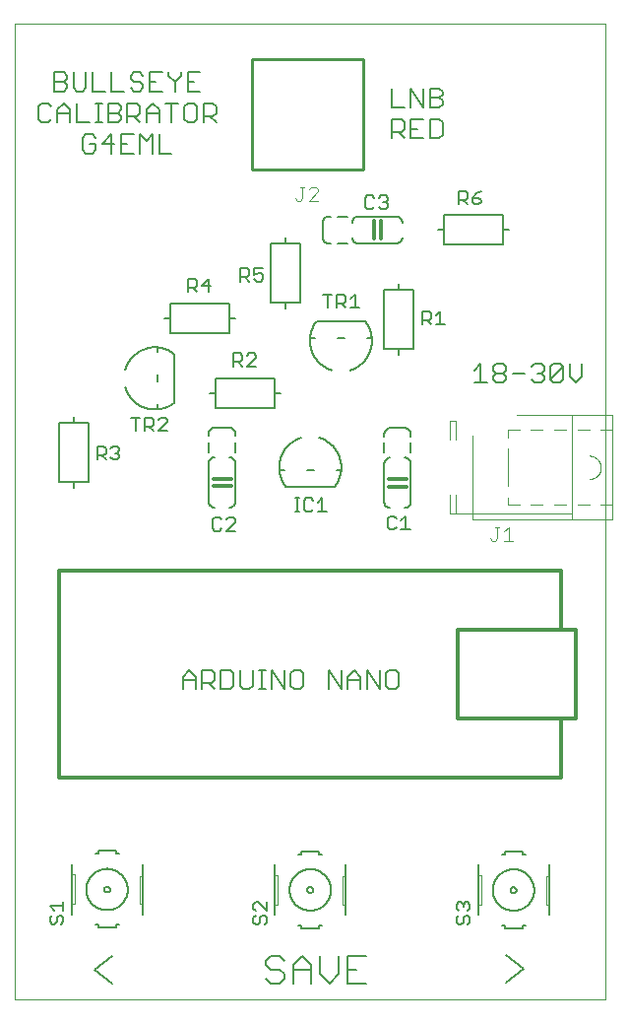
<source format=gto>
G75*
%MOIN*%
%OFA0B0*%
%FSLAX25Y25*%
%IPPOS*%
%LPD*%
%AMOC8*
5,1,8,0,0,1.08239X$1,22.5*
%
%ADD10C,0.01200*%
%ADD11C,0.01000*%
%ADD12C,0.00400*%
%ADD13C,0.00000*%
%ADD14C,0.00800*%
%ADD15C,0.00600*%
%ADD16C,0.00200*%
%ADD17C,0.00500*%
%ADD18C,0.00394*%
D10*
X0016085Y0076051D02*
X0016085Y0146051D01*
X0186085Y0146051D01*
X0186085Y0126051D01*
X0191085Y0126051D01*
X0191085Y0096051D01*
X0186085Y0096051D01*
X0186085Y0076051D01*
X0016085Y0076051D01*
X0068118Y0174705D02*
X0074118Y0174705D01*
X0074118Y0177205D02*
X0068118Y0177205D01*
X0122476Y0258356D02*
X0122476Y0264356D01*
X0124976Y0264356D02*
X0124976Y0258356D01*
X0127568Y0177059D02*
X0133568Y0177059D01*
X0133568Y0174559D02*
X0127568Y0174559D01*
X0151085Y0126051D02*
X0186085Y0126051D01*
X0186085Y0096051D02*
X0151085Y0096051D01*
X0151085Y0126051D01*
D11*
X0118795Y0281709D02*
X0081394Y0281709D01*
X0081394Y0319110D01*
X0118795Y0319110D01*
X0118795Y0281709D01*
D12*
X0103589Y0275064D02*
X0102822Y0275831D01*
X0101287Y0275831D01*
X0100520Y0275064D01*
X0098985Y0275831D02*
X0097451Y0275831D01*
X0098218Y0275831D02*
X0098218Y0271995D01*
X0097451Y0271228D01*
X0096683Y0271228D01*
X0095916Y0271995D01*
X0100520Y0271228D02*
X0103589Y0274297D01*
X0103589Y0275064D01*
X0103589Y0271228D02*
X0100520Y0271228D01*
X0163527Y0160804D02*
X0165061Y0160804D01*
X0164294Y0160804D02*
X0164294Y0156967D01*
X0163527Y0156200D01*
X0162759Y0156200D01*
X0161992Y0156967D01*
X0166596Y0156200D02*
X0169665Y0156200D01*
X0168131Y0156200D02*
X0168131Y0160804D01*
X0166596Y0159269D01*
D13*
X0201000Y0001000D02*
X0001000Y0001000D01*
X0001000Y0331000D01*
X0201000Y0331000D01*
X0201000Y0001000D01*
D14*
X0173404Y0011311D02*
X0167266Y0006707D01*
X0173404Y0011311D02*
X0167266Y0015915D01*
X0119780Y0015767D02*
X0113641Y0015767D01*
X0113641Y0006559D01*
X0119780Y0006559D01*
X0116710Y0011163D02*
X0113641Y0011163D01*
X0110572Y0009629D02*
X0110572Y0015767D01*
X0110572Y0009629D02*
X0107503Y0006559D01*
X0104433Y0009629D01*
X0104433Y0015767D01*
X0101364Y0012698D02*
X0101364Y0006559D01*
X0101364Y0011163D02*
X0095225Y0011163D01*
X0095225Y0012698D02*
X0098295Y0015767D01*
X0101364Y0012698D01*
X0095225Y0012698D02*
X0095225Y0006559D01*
X0092156Y0008094D02*
X0090622Y0006559D01*
X0087552Y0006559D01*
X0086018Y0008094D01*
X0087552Y0011163D02*
X0090622Y0011163D01*
X0092156Y0009629D01*
X0092156Y0008094D01*
X0092156Y0014233D02*
X0090622Y0015767D01*
X0087552Y0015767D01*
X0086018Y0014233D01*
X0086018Y0012698D01*
X0087552Y0011163D01*
X0033906Y0015734D02*
X0027768Y0011130D01*
X0033906Y0006526D01*
D15*
X0035178Y0025252D02*
X0029178Y0025252D01*
X0029178Y0026252D01*
X0028178Y0026252D01*
X0035178Y0026252D02*
X0036178Y0026252D01*
X0035178Y0026252D02*
X0035178Y0025252D01*
X0044178Y0029752D02*
X0044178Y0033252D01*
X0044178Y0042752D01*
X0044178Y0046752D01*
X0036178Y0050252D02*
X0035178Y0050252D01*
X0035178Y0051252D01*
X0029178Y0051252D01*
X0029178Y0050252D01*
X0028178Y0050252D01*
X0020178Y0046752D02*
X0020178Y0043252D01*
X0020178Y0033252D01*
X0020178Y0029752D01*
X0031178Y0038252D02*
X0031180Y0038315D01*
X0031186Y0038377D01*
X0031196Y0038439D01*
X0031209Y0038501D01*
X0031227Y0038561D01*
X0031248Y0038620D01*
X0031273Y0038678D01*
X0031302Y0038734D01*
X0031334Y0038788D01*
X0031369Y0038840D01*
X0031407Y0038889D01*
X0031449Y0038937D01*
X0031493Y0038981D01*
X0031541Y0039023D01*
X0031590Y0039061D01*
X0031642Y0039096D01*
X0031696Y0039128D01*
X0031752Y0039157D01*
X0031810Y0039182D01*
X0031869Y0039203D01*
X0031929Y0039221D01*
X0031991Y0039234D01*
X0032053Y0039244D01*
X0032115Y0039250D01*
X0032178Y0039252D01*
X0032241Y0039250D01*
X0032303Y0039244D01*
X0032365Y0039234D01*
X0032427Y0039221D01*
X0032487Y0039203D01*
X0032546Y0039182D01*
X0032604Y0039157D01*
X0032660Y0039128D01*
X0032714Y0039096D01*
X0032766Y0039061D01*
X0032815Y0039023D01*
X0032863Y0038981D01*
X0032907Y0038937D01*
X0032949Y0038889D01*
X0032987Y0038840D01*
X0033022Y0038788D01*
X0033054Y0038734D01*
X0033083Y0038678D01*
X0033108Y0038620D01*
X0033129Y0038561D01*
X0033147Y0038501D01*
X0033160Y0038439D01*
X0033170Y0038377D01*
X0033176Y0038315D01*
X0033178Y0038252D01*
X0033176Y0038189D01*
X0033170Y0038127D01*
X0033160Y0038065D01*
X0033147Y0038003D01*
X0033129Y0037943D01*
X0033108Y0037884D01*
X0033083Y0037826D01*
X0033054Y0037770D01*
X0033022Y0037716D01*
X0032987Y0037664D01*
X0032949Y0037615D01*
X0032907Y0037567D01*
X0032863Y0037523D01*
X0032815Y0037481D01*
X0032766Y0037443D01*
X0032714Y0037408D01*
X0032660Y0037376D01*
X0032604Y0037347D01*
X0032546Y0037322D01*
X0032487Y0037301D01*
X0032427Y0037283D01*
X0032365Y0037270D01*
X0032303Y0037260D01*
X0032241Y0037254D01*
X0032178Y0037252D01*
X0032115Y0037254D01*
X0032053Y0037260D01*
X0031991Y0037270D01*
X0031929Y0037283D01*
X0031869Y0037301D01*
X0031810Y0037322D01*
X0031752Y0037347D01*
X0031696Y0037376D01*
X0031642Y0037408D01*
X0031590Y0037443D01*
X0031541Y0037481D01*
X0031493Y0037523D01*
X0031449Y0037567D01*
X0031407Y0037615D01*
X0031369Y0037664D01*
X0031334Y0037716D01*
X0031302Y0037770D01*
X0031273Y0037826D01*
X0031248Y0037884D01*
X0031227Y0037943D01*
X0031209Y0038003D01*
X0031196Y0038065D01*
X0031186Y0038127D01*
X0031180Y0038189D01*
X0031178Y0038252D01*
X0025178Y0038252D02*
X0025180Y0038424D01*
X0025186Y0038595D01*
X0025197Y0038767D01*
X0025212Y0038938D01*
X0025231Y0039109D01*
X0025254Y0039279D01*
X0025281Y0039449D01*
X0025313Y0039618D01*
X0025348Y0039786D01*
X0025388Y0039953D01*
X0025432Y0040119D01*
X0025479Y0040284D01*
X0025531Y0040448D01*
X0025587Y0040610D01*
X0025647Y0040771D01*
X0025711Y0040931D01*
X0025779Y0041089D01*
X0025850Y0041245D01*
X0025925Y0041399D01*
X0026005Y0041552D01*
X0026087Y0041702D01*
X0026174Y0041851D01*
X0026264Y0041997D01*
X0026358Y0042141D01*
X0026455Y0042283D01*
X0026556Y0042422D01*
X0026660Y0042559D01*
X0026767Y0042693D01*
X0026878Y0042824D01*
X0026991Y0042953D01*
X0027108Y0043079D01*
X0027228Y0043202D01*
X0027351Y0043322D01*
X0027477Y0043439D01*
X0027606Y0043552D01*
X0027737Y0043663D01*
X0027871Y0043770D01*
X0028008Y0043874D01*
X0028147Y0043975D01*
X0028289Y0044072D01*
X0028433Y0044166D01*
X0028579Y0044256D01*
X0028728Y0044343D01*
X0028878Y0044425D01*
X0029031Y0044505D01*
X0029185Y0044580D01*
X0029341Y0044651D01*
X0029499Y0044719D01*
X0029659Y0044783D01*
X0029820Y0044843D01*
X0029982Y0044899D01*
X0030146Y0044951D01*
X0030311Y0044998D01*
X0030477Y0045042D01*
X0030644Y0045082D01*
X0030812Y0045117D01*
X0030981Y0045149D01*
X0031151Y0045176D01*
X0031321Y0045199D01*
X0031492Y0045218D01*
X0031663Y0045233D01*
X0031835Y0045244D01*
X0032006Y0045250D01*
X0032178Y0045252D01*
X0032350Y0045250D01*
X0032521Y0045244D01*
X0032693Y0045233D01*
X0032864Y0045218D01*
X0033035Y0045199D01*
X0033205Y0045176D01*
X0033375Y0045149D01*
X0033544Y0045117D01*
X0033712Y0045082D01*
X0033879Y0045042D01*
X0034045Y0044998D01*
X0034210Y0044951D01*
X0034374Y0044899D01*
X0034536Y0044843D01*
X0034697Y0044783D01*
X0034857Y0044719D01*
X0035015Y0044651D01*
X0035171Y0044580D01*
X0035325Y0044505D01*
X0035478Y0044425D01*
X0035628Y0044343D01*
X0035777Y0044256D01*
X0035923Y0044166D01*
X0036067Y0044072D01*
X0036209Y0043975D01*
X0036348Y0043874D01*
X0036485Y0043770D01*
X0036619Y0043663D01*
X0036750Y0043552D01*
X0036879Y0043439D01*
X0037005Y0043322D01*
X0037128Y0043202D01*
X0037248Y0043079D01*
X0037365Y0042953D01*
X0037478Y0042824D01*
X0037589Y0042693D01*
X0037696Y0042559D01*
X0037800Y0042422D01*
X0037901Y0042283D01*
X0037998Y0042141D01*
X0038092Y0041997D01*
X0038182Y0041851D01*
X0038269Y0041702D01*
X0038351Y0041552D01*
X0038431Y0041399D01*
X0038506Y0041245D01*
X0038577Y0041089D01*
X0038645Y0040931D01*
X0038709Y0040771D01*
X0038769Y0040610D01*
X0038825Y0040448D01*
X0038877Y0040284D01*
X0038924Y0040119D01*
X0038968Y0039953D01*
X0039008Y0039786D01*
X0039043Y0039618D01*
X0039075Y0039449D01*
X0039102Y0039279D01*
X0039125Y0039109D01*
X0039144Y0038938D01*
X0039159Y0038767D01*
X0039170Y0038595D01*
X0039176Y0038424D01*
X0039178Y0038252D01*
X0039176Y0038080D01*
X0039170Y0037909D01*
X0039159Y0037737D01*
X0039144Y0037566D01*
X0039125Y0037395D01*
X0039102Y0037225D01*
X0039075Y0037055D01*
X0039043Y0036886D01*
X0039008Y0036718D01*
X0038968Y0036551D01*
X0038924Y0036385D01*
X0038877Y0036220D01*
X0038825Y0036056D01*
X0038769Y0035894D01*
X0038709Y0035733D01*
X0038645Y0035573D01*
X0038577Y0035415D01*
X0038506Y0035259D01*
X0038431Y0035105D01*
X0038351Y0034952D01*
X0038269Y0034802D01*
X0038182Y0034653D01*
X0038092Y0034507D01*
X0037998Y0034363D01*
X0037901Y0034221D01*
X0037800Y0034082D01*
X0037696Y0033945D01*
X0037589Y0033811D01*
X0037478Y0033680D01*
X0037365Y0033551D01*
X0037248Y0033425D01*
X0037128Y0033302D01*
X0037005Y0033182D01*
X0036879Y0033065D01*
X0036750Y0032952D01*
X0036619Y0032841D01*
X0036485Y0032734D01*
X0036348Y0032630D01*
X0036209Y0032529D01*
X0036067Y0032432D01*
X0035923Y0032338D01*
X0035777Y0032248D01*
X0035628Y0032161D01*
X0035478Y0032079D01*
X0035325Y0031999D01*
X0035171Y0031924D01*
X0035015Y0031853D01*
X0034857Y0031785D01*
X0034697Y0031721D01*
X0034536Y0031661D01*
X0034374Y0031605D01*
X0034210Y0031553D01*
X0034045Y0031506D01*
X0033879Y0031462D01*
X0033712Y0031422D01*
X0033544Y0031387D01*
X0033375Y0031355D01*
X0033205Y0031328D01*
X0033035Y0031305D01*
X0032864Y0031286D01*
X0032693Y0031271D01*
X0032521Y0031260D01*
X0032350Y0031254D01*
X0032178Y0031252D01*
X0032006Y0031254D01*
X0031835Y0031260D01*
X0031663Y0031271D01*
X0031492Y0031286D01*
X0031321Y0031305D01*
X0031151Y0031328D01*
X0030981Y0031355D01*
X0030812Y0031387D01*
X0030644Y0031422D01*
X0030477Y0031462D01*
X0030311Y0031506D01*
X0030146Y0031553D01*
X0029982Y0031605D01*
X0029820Y0031661D01*
X0029659Y0031721D01*
X0029499Y0031785D01*
X0029341Y0031853D01*
X0029185Y0031924D01*
X0029031Y0031999D01*
X0028878Y0032079D01*
X0028728Y0032161D01*
X0028579Y0032248D01*
X0028433Y0032338D01*
X0028289Y0032432D01*
X0028147Y0032529D01*
X0028008Y0032630D01*
X0027871Y0032734D01*
X0027737Y0032841D01*
X0027606Y0032952D01*
X0027477Y0033065D01*
X0027351Y0033182D01*
X0027228Y0033302D01*
X0027108Y0033425D01*
X0026991Y0033551D01*
X0026878Y0033680D01*
X0026767Y0033811D01*
X0026660Y0033945D01*
X0026556Y0034082D01*
X0026455Y0034221D01*
X0026358Y0034363D01*
X0026264Y0034507D01*
X0026174Y0034653D01*
X0026087Y0034802D01*
X0026005Y0034952D01*
X0025925Y0035105D01*
X0025850Y0035259D01*
X0025779Y0035415D01*
X0025711Y0035573D01*
X0025647Y0035733D01*
X0025587Y0035894D01*
X0025531Y0036056D01*
X0025479Y0036220D01*
X0025432Y0036385D01*
X0025388Y0036551D01*
X0025348Y0036718D01*
X0025313Y0036886D01*
X0025281Y0037055D01*
X0025254Y0037225D01*
X0025231Y0037395D01*
X0025212Y0037566D01*
X0025197Y0037737D01*
X0025186Y0037909D01*
X0025180Y0038080D01*
X0025178Y0038252D01*
X0057858Y0105941D02*
X0057858Y0110211D01*
X0059994Y0112346D01*
X0062129Y0110211D01*
X0062129Y0105941D01*
X0064304Y0105941D02*
X0064304Y0112346D01*
X0067507Y0112346D01*
X0068574Y0111278D01*
X0068574Y0109143D01*
X0067507Y0108076D01*
X0064304Y0108076D01*
X0066439Y0108076D02*
X0068574Y0105941D01*
X0070749Y0105941D02*
X0073952Y0105941D01*
X0075020Y0107008D01*
X0075020Y0111278D01*
X0073952Y0112346D01*
X0070749Y0112346D01*
X0070749Y0105941D01*
X0077195Y0107008D02*
X0078262Y0105941D01*
X0080398Y0105941D01*
X0081465Y0107008D01*
X0081465Y0112346D01*
X0083640Y0112346D02*
X0085775Y0112346D01*
X0084708Y0112346D02*
X0084708Y0105941D01*
X0085775Y0105941D02*
X0083640Y0105941D01*
X0087937Y0105941D02*
X0087937Y0112346D01*
X0092208Y0105941D01*
X0092208Y0112346D01*
X0094383Y0111278D02*
X0094383Y0107008D01*
X0095450Y0105941D01*
X0097586Y0105941D01*
X0098653Y0107008D01*
X0098653Y0111278D01*
X0097586Y0112346D01*
X0095450Y0112346D01*
X0094383Y0111278D01*
X0107274Y0112346D02*
X0107274Y0105941D01*
X0111544Y0105941D02*
X0107274Y0112346D01*
X0111544Y0112346D02*
X0111544Y0105941D01*
X0113719Y0105941D02*
X0113719Y0110211D01*
X0115854Y0112346D01*
X0117990Y0110211D01*
X0117990Y0105941D01*
X0120165Y0105941D02*
X0120165Y0112346D01*
X0124435Y0105941D01*
X0124435Y0112346D01*
X0126610Y0111278D02*
X0126610Y0107008D01*
X0127678Y0105941D01*
X0129813Y0105941D01*
X0130881Y0107008D01*
X0130881Y0111278D01*
X0129813Y0112346D01*
X0127678Y0112346D01*
X0126610Y0111278D01*
X0117990Y0109143D02*
X0113719Y0109143D01*
X0103989Y0051140D02*
X0097989Y0051140D01*
X0097989Y0050140D01*
X0096989Y0050140D01*
X0103989Y0050140D02*
X0104989Y0050140D01*
X0103989Y0050140D02*
X0103989Y0051140D01*
X0099989Y0038140D02*
X0099991Y0038203D01*
X0099997Y0038265D01*
X0100007Y0038327D01*
X0100020Y0038389D01*
X0100038Y0038449D01*
X0100059Y0038508D01*
X0100084Y0038566D01*
X0100113Y0038622D01*
X0100145Y0038676D01*
X0100180Y0038728D01*
X0100218Y0038777D01*
X0100260Y0038825D01*
X0100304Y0038869D01*
X0100352Y0038911D01*
X0100401Y0038949D01*
X0100453Y0038984D01*
X0100507Y0039016D01*
X0100563Y0039045D01*
X0100621Y0039070D01*
X0100680Y0039091D01*
X0100740Y0039109D01*
X0100802Y0039122D01*
X0100864Y0039132D01*
X0100926Y0039138D01*
X0100989Y0039140D01*
X0101052Y0039138D01*
X0101114Y0039132D01*
X0101176Y0039122D01*
X0101238Y0039109D01*
X0101298Y0039091D01*
X0101357Y0039070D01*
X0101415Y0039045D01*
X0101471Y0039016D01*
X0101525Y0038984D01*
X0101577Y0038949D01*
X0101626Y0038911D01*
X0101674Y0038869D01*
X0101718Y0038825D01*
X0101760Y0038777D01*
X0101798Y0038728D01*
X0101833Y0038676D01*
X0101865Y0038622D01*
X0101894Y0038566D01*
X0101919Y0038508D01*
X0101940Y0038449D01*
X0101958Y0038389D01*
X0101971Y0038327D01*
X0101981Y0038265D01*
X0101987Y0038203D01*
X0101989Y0038140D01*
X0101987Y0038077D01*
X0101981Y0038015D01*
X0101971Y0037953D01*
X0101958Y0037891D01*
X0101940Y0037831D01*
X0101919Y0037772D01*
X0101894Y0037714D01*
X0101865Y0037658D01*
X0101833Y0037604D01*
X0101798Y0037552D01*
X0101760Y0037503D01*
X0101718Y0037455D01*
X0101674Y0037411D01*
X0101626Y0037369D01*
X0101577Y0037331D01*
X0101525Y0037296D01*
X0101471Y0037264D01*
X0101415Y0037235D01*
X0101357Y0037210D01*
X0101298Y0037189D01*
X0101238Y0037171D01*
X0101176Y0037158D01*
X0101114Y0037148D01*
X0101052Y0037142D01*
X0100989Y0037140D01*
X0100926Y0037142D01*
X0100864Y0037148D01*
X0100802Y0037158D01*
X0100740Y0037171D01*
X0100680Y0037189D01*
X0100621Y0037210D01*
X0100563Y0037235D01*
X0100507Y0037264D01*
X0100453Y0037296D01*
X0100401Y0037331D01*
X0100352Y0037369D01*
X0100304Y0037411D01*
X0100260Y0037455D01*
X0100218Y0037503D01*
X0100180Y0037552D01*
X0100145Y0037604D01*
X0100113Y0037658D01*
X0100084Y0037714D01*
X0100059Y0037772D01*
X0100038Y0037831D01*
X0100020Y0037891D01*
X0100007Y0037953D01*
X0099997Y0038015D01*
X0099991Y0038077D01*
X0099989Y0038140D01*
X0093989Y0038140D02*
X0093991Y0038312D01*
X0093997Y0038483D01*
X0094008Y0038655D01*
X0094023Y0038826D01*
X0094042Y0038997D01*
X0094065Y0039167D01*
X0094092Y0039337D01*
X0094124Y0039506D01*
X0094159Y0039674D01*
X0094199Y0039841D01*
X0094243Y0040007D01*
X0094290Y0040172D01*
X0094342Y0040336D01*
X0094398Y0040498D01*
X0094458Y0040659D01*
X0094522Y0040819D01*
X0094590Y0040977D01*
X0094661Y0041133D01*
X0094736Y0041287D01*
X0094816Y0041440D01*
X0094898Y0041590D01*
X0094985Y0041739D01*
X0095075Y0041885D01*
X0095169Y0042029D01*
X0095266Y0042171D01*
X0095367Y0042310D01*
X0095471Y0042447D01*
X0095578Y0042581D01*
X0095689Y0042712D01*
X0095802Y0042841D01*
X0095919Y0042967D01*
X0096039Y0043090D01*
X0096162Y0043210D01*
X0096288Y0043327D01*
X0096417Y0043440D01*
X0096548Y0043551D01*
X0096682Y0043658D01*
X0096819Y0043762D01*
X0096958Y0043863D01*
X0097100Y0043960D01*
X0097244Y0044054D01*
X0097390Y0044144D01*
X0097539Y0044231D01*
X0097689Y0044313D01*
X0097842Y0044393D01*
X0097996Y0044468D01*
X0098152Y0044539D01*
X0098310Y0044607D01*
X0098470Y0044671D01*
X0098631Y0044731D01*
X0098793Y0044787D01*
X0098957Y0044839D01*
X0099122Y0044886D01*
X0099288Y0044930D01*
X0099455Y0044970D01*
X0099623Y0045005D01*
X0099792Y0045037D01*
X0099962Y0045064D01*
X0100132Y0045087D01*
X0100303Y0045106D01*
X0100474Y0045121D01*
X0100646Y0045132D01*
X0100817Y0045138D01*
X0100989Y0045140D01*
X0101161Y0045138D01*
X0101332Y0045132D01*
X0101504Y0045121D01*
X0101675Y0045106D01*
X0101846Y0045087D01*
X0102016Y0045064D01*
X0102186Y0045037D01*
X0102355Y0045005D01*
X0102523Y0044970D01*
X0102690Y0044930D01*
X0102856Y0044886D01*
X0103021Y0044839D01*
X0103185Y0044787D01*
X0103347Y0044731D01*
X0103508Y0044671D01*
X0103668Y0044607D01*
X0103826Y0044539D01*
X0103982Y0044468D01*
X0104136Y0044393D01*
X0104289Y0044313D01*
X0104439Y0044231D01*
X0104588Y0044144D01*
X0104734Y0044054D01*
X0104878Y0043960D01*
X0105020Y0043863D01*
X0105159Y0043762D01*
X0105296Y0043658D01*
X0105430Y0043551D01*
X0105561Y0043440D01*
X0105690Y0043327D01*
X0105816Y0043210D01*
X0105939Y0043090D01*
X0106059Y0042967D01*
X0106176Y0042841D01*
X0106289Y0042712D01*
X0106400Y0042581D01*
X0106507Y0042447D01*
X0106611Y0042310D01*
X0106712Y0042171D01*
X0106809Y0042029D01*
X0106903Y0041885D01*
X0106993Y0041739D01*
X0107080Y0041590D01*
X0107162Y0041440D01*
X0107242Y0041287D01*
X0107317Y0041133D01*
X0107388Y0040977D01*
X0107456Y0040819D01*
X0107520Y0040659D01*
X0107580Y0040498D01*
X0107636Y0040336D01*
X0107688Y0040172D01*
X0107735Y0040007D01*
X0107779Y0039841D01*
X0107819Y0039674D01*
X0107854Y0039506D01*
X0107886Y0039337D01*
X0107913Y0039167D01*
X0107936Y0038997D01*
X0107955Y0038826D01*
X0107970Y0038655D01*
X0107981Y0038483D01*
X0107987Y0038312D01*
X0107989Y0038140D01*
X0107987Y0037968D01*
X0107981Y0037797D01*
X0107970Y0037625D01*
X0107955Y0037454D01*
X0107936Y0037283D01*
X0107913Y0037113D01*
X0107886Y0036943D01*
X0107854Y0036774D01*
X0107819Y0036606D01*
X0107779Y0036439D01*
X0107735Y0036273D01*
X0107688Y0036108D01*
X0107636Y0035944D01*
X0107580Y0035782D01*
X0107520Y0035621D01*
X0107456Y0035461D01*
X0107388Y0035303D01*
X0107317Y0035147D01*
X0107242Y0034993D01*
X0107162Y0034840D01*
X0107080Y0034690D01*
X0106993Y0034541D01*
X0106903Y0034395D01*
X0106809Y0034251D01*
X0106712Y0034109D01*
X0106611Y0033970D01*
X0106507Y0033833D01*
X0106400Y0033699D01*
X0106289Y0033568D01*
X0106176Y0033439D01*
X0106059Y0033313D01*
X0105939Y0033190D01*
X0105816Y0033070D01*
X0105690Y0032953D01*
X0105561Y0032840D01*
X0105430Y0032729D01*
X0105296Y0032622D01*
X0105159Y0032518D01*
X0105020Y0032417D01*
X0104878Y0032320D01*
X0104734Y0032226D01*
X0104588Y0032136D01*
X0104439Y0032049D01*
X0104289Y0031967D01*
X0104136Y0031887D01*
X0103982Y0031812D01*
X0103826Y0031741D01*
X0103668Y0031673D01*
X0103508Y0031609D01*
X0103347Y0031549D01*
X0103185Y0031493D01*
X0103021Y0031441D01*
X0102856Y0031394D01*
X0102690Y0031350D01*
X0102523Y0031310D01*
X0102355Y0031275D01*
X0102186Y0031243D01*
X0102016Y0031216D01*
X0101846Y0031193D01*
X0101675Y0031174D01*
X0101504Y0031159D01*
X0101332Y0031148D01*
X0101161Y0031142D01*
X0100989Y0031140D01*
X0100817Y0031142D01*
X0100646Y0031148D01*
X0100474Y0031159D01*
X0100303Y0031174D01*
X0100132Y0031193D01*
X0099962Y0031216D01*
X0099792Y0031243D01*
X0099623Y0031275D01*
X0099455Y0031310D01*
X0099288Y0031350D01*
X0099122Y0031394D01*
X0098957Y0031441D01*
X0098793Y0031493D01*
X0098631Y0031549D01*
X0098470Y0031609D01*
X0098310Y0031673D01*
X0098152Y0031741D01*
X0097996Y0031812D01*
X0097842Y0031887D01*
X0097689Y0031967D01*
X0097539Y0032049D01*
X0097390Y0032136D01*
X0097244Y0032226D01*
X0097100Y0032320D01*
X0096958Y0032417D01*
X0096819Y0032518D01*
X0096682Y0032622D01*
X0096548Y0032729D01*
X0096417Y0032840D01*
X0096288Y0032953D01*
X0096162Y0033070D01*
X0096039Y0033190D01*
X0095919Y0033313D01*
X0095802Y0033439D01*
X0095689Y0033568D01*
X0095578Y0033699D01*
X0095471Y0033833D01*
X0095367Y0033970D01*
X0095266Y0034109D01*
X0095169Y0034251D01*
X0095075Y0034395D01*
X0094985Y0034541D01*
X0094898Y0034690D01*
X0094816Y0034840D01*
X0094736Y0034993D01*
X0094661Y0035147D01*
X0094590Y0035303D01*
X0094522Y0035461D01*
X0094458Y0035621D01*
X0094398Y0035782D01*
X0094342Y0035944D01*
X0094290Y0036108D01*
X0094243Y0036273D01*
X0094199Y0036439D01*
X0094159Y0036606D01*
X0094124Y0036774D01*
X0094092Y0036943D01*
X0094065Y0037113D01*
X0094042Y0037283D01*
X0094023Y0037454D01*
X0094008Y0037625D01*
X0093997Y0037797D01*
X0093991Y0037968D01*
X0093989Y0038140D01*
X0088989Y0033140D02*
X0088989Y0029640D01*
X0088989Y0033140D02*
X0088989Y0043140D01*
X0088989Y0046640D01*
X0096989Y0026140D02*
X0097989Y0026140D01*
X0097989Y0025140D01*
X0103989Y0025140D01*
X0103989Y0026140D01*
X0104989Y0026140D01*
X0112989Y0029640D02*
X0112989Y0033140D01*
X0112989Y0042640D01*
X0112989Y0046640D01*
X0077195Y0107008D02*
X0077195Y0112346D01*
X0062129Y0109143D02*
X0057858Y0109143D01*
X0066618Y0169505D02*
X0066618Y0182505D01*
X0066620Y0182592D01*
X0066626Y0182679D01*
X0066635Y0182766D01*
X0066648Y0182852D01*
X0066665Y0182938D01*
X0066686Y0183023D01*
X0066711Y0183106D01*
X0066739Y0183189D01*
X0066770Y0183270D01*
X0066805Y0183350D01*
X0066844Y0183428D01*
X0066886Y0183505D01*
X0066931Y0183580D01*
X0066980Y0183652D01*
X0067031Y0183723D01*
X0067086Y0183791D01*
X0067143Y0183856D01*
X0067204Y0183919D01*
X0067267Y0183980D01*
X0067332Y0184037D01*
X0067400Y0184092D01*
X0067471Y0184143D01*
X0067543Y0184192D01*
X0067618Y0184237D01*
X0067695Y0184279D01*
X0067773Y0184318D01*
X0067853Y0184353D01*
X0067934Y0184384D01*
X0068017Y0184412D01*
X0068100Y0184437D01*
X0068185Y0184458D01*
X0068271Y0184475D01*
X0068357Y0184488D01*
X0068444Y0184497D01*
X0068531Y0184503D01*
X0068618Y0184505D01*
X0066618Y0186105D02*
X0066618Y0189505D01*
X0066618Y0191605D02*
X0066618Y0192505D01*
X0066620Y0192592D01*
X0066626Y0192679D01*
X0066635Y0192766D01*
X0066648Y0192852D01*
X0066665Y0192938D01*
X0066686Y0193023D01*
X0066711Y0193106D01*
X0066739Y0193189D01*
X0066770Y0193270D01*
X0066805Y0193350D01*
X0066844Y0193428D01*
X0066886Y0193505D01*
X0066931Y0193580D01*
X0066980Y0193652D01*
X0067031Y0193723D01*
X0067086Y0193791D01*
X0067143Y0193856D01*
X0067204Y0193919D01*
X0067267Y0193980D01*
X0067332Y0194037D01*
X0067400Y0194092D01*
X0067471Y0194143D01*
X0067543Y0194192D01*
X0067618Y0194237D01*
X0067695Y0194279D01*
X0067773Y0194318D01*
X0067853Y0194353D01*
X0067934Y0194384D01*
X0068017Y0194412D01*
X0068100Y0194437D01*
X0068185Y0194458D01*
X0068271Y0194475D01*
X0068357Y0194488D01*
X0068444Y0194497D01*
X0068531Y0194503D01*
X0068618Y0194505D01*
X0073618Y0194505D01*
X0073705Y0194503D01*
X0073792Y0194497D01*
X0073879Y0194488D01*
X0073965Y0194475D01*
X0074051Y0194458D01*
X0074136Y0194437D01*
X0074219Y0194412D01*
X0074302Y0194384D01*
X0074383Y0194353D01*
X0074463Y0194318D01*
X0074541Y0194279D01*
X0074618Y0194237D01*
X0074693Y0194192D01*
X0074765Y0194143D01*
X0074836Y0194092D01*
X0074904Y0194037D01*
X0074969Y0193980D01*
X0075032Y0193919D01*
X0075093Y0193856D01*
X0075150Y0193791D01*
X0075205Y0193723D01*
X0075256Y0193652D01*
X0075305Y0193580D01*
X0075350Y0193505D01*
X0075392Y0193428D01*
X0075431Y0193350D01*
X0075466Y0193270D01*
X0075497Y0193189D01*
X0075525Y0193106D01*
X0075550Y0193023D01*
X0075571Y0192938D01*
X0075588Y0192852D01*
X0075601Y0192766D01*
X0075610Y0192679D01*
X0075616Y0192592D01*
X0075618Y0192505D01*
X0075618Y0191605D01*
X0075618Y0189505D02*
X0075618Y0186105D01*
X0075618Y0182505D02*
X0075618Y0169505D01*
X0075616Y0169418D01*
X0075610Y0169331D01*
X0075601Y0169244D01*
X0075588Y0169158D01*
X0075571Y0169072D01*
X0075550Y0168987D01*
X0075525Y0168904D01*
X0075497Y0168821D01*
X0075466Y0168740D01*
X0075431Y0168660D01*
X0075392Y0168582D01*
X0075350Y0168505D01*
X0075305Y0168430D01*
X0075256Y0168358D01*
X0075205Y0168287D01*
X0075150Y0168219D01*
X0075093Y0168154D01*
X0075032Y0168091D01*
X0074969Y0168030D01*
X0074904Y0167973D01*
X0074836Y0167918D01*
X0074765Y0167867D01*
X0074693Y0167818D01*
X0074618Y0167773D01*
X0074541Y0167731D01*
X0074463Y0167692D01*
X0074383Y0167657D01*
X0074302Y0167626D01*
X0074219Y0167598D01*
X0074136Y0167573D01*
X0074051Y0167552D01*
X0073965Y0167535D01*
X0073879Y0167522D01*
X0073792Y0167513D01*
X0073705Y0167507D01*
X0073618Y0167505D01*
X0068618Y0167505D02*
X0068531Y0167507D01*
X0068444Y0167513D01*
X0068357Y0167522D01*
X0068271Y0167535D01*
X0068185Y0167552D01*
X0068100Y0167573D01*
X0068017Y0167598D01*
X0067934Y0167626D01*
X0067853Y0167657D01*
X0067773Y0167692D01*
X0067695Y0167731D01*
X0067618Y0167773D01*
X0067543Y0167818D01*
X0067471Y0167867D01*
X0067400Y0167918D01*
X0067332Y0167973D01*
X0067267Y0168030D01*
X0067204Y0168091D01*
X0067143Y0168154D01*
X0067086Y0168219D01*
X0067031Y0168287D01*
X0066980Y0168358D01*
X0066931Y0168430D01*
X0066886Y0168505D01*
X0066844Y0168582D01*
X0066805Y0168660D01*
X0066770Y0168740D01*
X0066739Y0168821D01*
X0066711Y0168904D01*
X0066686Y0168987D01*
X0066665Y0169072D01*
X0066648Y0169158D01*
X0066635Y0169244D01*
X0066626Y0169331D01*
X0066620Y0169418D01*
X0066618Y0169505D01*
X0075618Y0182505D02*
X0075616Y0182592D01*
X0075610Y0182679D01*
X0075601Y0182766D01*
X0075588Y0182852D01*
X0075571Y0182938D01*
X0075550Y0183023D01*
X0075525Y0183106D01*
X0075497Y0183189D01*
X0075466Y0183270D01*
X0075431Y0183350D01*
X0075392Y0183428D01*
X0075350Y0183505D01*
X0075305Y0183580D01*
X0075256Y0183652D01*
X0075205Y0183723D01*
X0075150Y0183791D01*
X0075093Y0183856D01*
X0075032Y0183919D01*
X0074969Y0183980D01*
X0074904Y0184037D01*
X0074836Y0184092D01*
X0074765Y0184143D01*
X0074693Y0184192D01*
X0074618Y0184237D01*
X0074541Y0184279D01*
X0074463Y0184318D01*
X0074383Y0184353D01*
X0074302Y0184384D01*
X0074219Y0184412D01*
X0074136Y0184437D01*
X0074051Y0184458D01*
X0073965Y0184475D01*
X0073879Y0184488D01*
X0073792Y0184497D01*
X0073705Y0184503D01*
X0073618Y0184505D01*
X0090547Y0180000D02*
X0092126Y0180000D01*
X0092752Y0174500D02*
X0109248Y0174500D01*
X0109874Y0180000D02*
X0111453Y0180000D01*
X0102126Y0180000D02*
X0099874Y0180000D01*
X0092752Y0174500D02*
X0092597Y0174702D01*
X0092447Y0174907D01*
X0092301Y0175116D01*
X0092161Y0175329D01*
X0092027Y0175544D01*
X0091897Y0175764D01*
X0091773Y0175986D01*
X0091654Y0176211D01*
X0091541Y0176439D01*
X0091433Y0176669D01*
X0091331Y0176902D01*
X0091234Y0177138D01*
X0091143Y0177375D01*
X0091058Y0177615D01*
X0090979Y0177857D01*
X0090906Y0178101D01*
X0090839Y0178346D01*
X0090778Y0178593D01*
X0090722Y0178842D01*
X0090673Y0179091D01*
X0090630Y0179342D01*
X0090593Y0179594D01*
X0090562Y0179847D01*
X0090537Y0180100D01*
X0090518Y0180354D01*
X0090505Y0180608D01*
X0090499Y0180862D01*
X0090499Y0181117D01*
X0090505Y0181371D01*
X0090517Y0181625D01*
X0090535Y0181879D01*
X0090559Y0182133D01*
X0090590Y0182385D01*
X0090626Y0182637D01*
X0090669Y0182888D01*
X0090718Y0183138D01*
X0090773Y0183386D01*
X0090834Y0183633D01*
X0090900Y0183879D01*
X0090973Y0184123D01*
X0091052Y0184365D01*
X0091136Y0184605D01*
X0091226Y0184843D01*
X0091322Y0185078D01*
X0091424Y0185312D01*
X0091531Y0185543D01*
X0091644Y0185771D01*
X0091763Y0185996D01*
X0091886Y0186218D01*
X0092016Y0186438D01*
X0092150Y0186654D01*
X0092290Y0186866D01*
X0092434Y0187076D01*
X0092584Y0187281D01*
X0092739Y0187484D01*
X0092898Y0187682D01*
X0093063Y0187876D01*
X0093232Y0188066D01*
X0093405Y0188253D01*
X0093583Y0188434D01*
X0093766Y0188612D01*
X0093952Y0188785D01*
X0094143Y0188954D01*
X0094338Y0189117D01*
X0094536Y0189276D01*
X0094739Y0189431D01*
X0094945Y0189580D01*
X0095155Y0189724D01*
X0095368Y0189863D01*
X0095584Y0189997D01*
X0095804Y0190125D01*
X0096027Y0190249D01*
X0096252Y0190366D01*
X0096481Y0190479D01*
X0096712Y0190585D01*
X0096945Y0190686D01*
X0097181Y0190782D01*
X0097419Y0190871D01*
X0097660Y0190955D01*
X0097902Y0191033D01*
X0104098Y0191033D02*
X0104340Y0190955D01*
X0104581Y0190871D01*
X0104819Y0190782D01*
X0105055Y0190686D01*
X0105288Y0190585D01*
X0105519Y0190479D01*
X0105748Y0190366D01*
X0105973Y0190249D01*
X0106196Y0190125D01*
X0106416Y0189997D01*
X0106632Y0189863D01*
X0106845Y0189724D01*
X0107055Y0189580D01*
X0107261Y0189431D01*
X0107464Y0189276D01*
X0107662Y0189117D01*
X0107857Y0188954D01*
X0108048Y0188785D01*
X0108234Y0188612D01*
X0108417Y0188434D01*
X0108595Y0188253D01*
X0108768Y0188066D01*
X0108937Y0187876D01*
X0109102Y0187682D01*
X0109261Y0187484D01*
X0109416Y0187281D01*
X0109566Y0187076D01*
X0109710Y0186866D01*
X0109850Y0186654D01*
X0109984Y0186438D01*
X0110114Y0186218D01*
X0110237Y0185996D01*
X0110356Y0185771D01*
X0110469Y0185543D01*
X0110576Y0185312D01*
X0110678Y0185078D01*
X0110774Y0184843D01*
X0110864Y0184605D01*
X0110948Y0184365D01*
X0111027Y0184123D01*
X0111100Y0183879D01*
X0111166Y0183633D01*
X0111227Y0183386D01*
X0111282Y0183138D01*
X0111331Y0182888D01*
X0111374Y0182637D01*
X0111410Y0182385D01*
X0111441Y0182133D01*
X0111465Y0181879D01*
X0111483Y0181625D01*
X0111495Y0181371D01*
X0111501Y0181117D01*
X0111501Y0180862D01*
X0111495Y0180608D01*
X0111482Y0180354D01*
X0111463Y0180100D01*
X0111438Y0179847D01*
X0111407Y0179594D01*
X0111370Y0179342D01*
X0111327Y0179091D01*
X0111278Y0178842D01*
X0111222Y0178593D01*
X0111161Y0178346D01*
X0111094Y0178101D01*
X0111021Y0177857D01*
X0110942Y0177615D01*
X0110857Y0177375D01*
X0110766Y0177138D01*
X0110669Y0176902D01*
X0110567Y0176669D01*
X0110459Y0176439D01*
X0110346Y0176211D01*
X0110227Y0175986D01*
X0110103Y0175764D01*
X0109973Y0175544D01*
X0109839Y0175329D01*
X0109699Y0175116D01*
X0109553Y0174907D01*
X0109403Y0174702D01*
X0109248Y0174500D01*
X0126068Y0169359D02*
X0126068Y0182359D01*
X0126070Y0182446D01*
X0126076Y0182533D01*
X0126085Y0182620D01*
X0126098Y0182706D01*
X0126115Y0182792D01*
X0126136Y0182877D01*
X0126161Y0182960D01*
X0126189Y0183043D01*
X0126220Y0183124D01*
X0126255Y0183204D01*
X0126294Y0183282D01*
X0126336Y0183359D01*
X0126381Y0183434D01*
X0126430Y0183506D01*
X0126481Y0183577D01*
X0126536Y0183645D01*
X0126593Y0183710D01*
X0126654Y0183773D01*
X0126717Y0183834D01*
X0126782Y0183891D01*
X0126850Y0183946D01*
X0126921Y0183997D01*
X0126993Y0184046D01*
X0127068Y0184091D01*
X0127145Y0184133D01*
X0127223Y0184172D01*
X0127303Y0184207D01*
X0127384Y0184238D01*
X0127467Y0184266D01*
X0127550Y0184291D01*
X0127635Y0184312D01*
X0127721Y0184329D01*
X0127807Y0184342D01*
X0127894Y0184351D01*
X0127981Y0184357D01*
X0128068Y0184359D01*
X0126068Y0185959D02*
X0126068Y0189359D01*
X0126068Y0191459D02*
X0126068Y0192359D01*
X0126070Y0192446D01*
X0126076Y0192533D01*
X0126085Y0192620D01*
X0126098Y0192706D01*
X0126115Y0192792D01*
X0126136Y0192877D01*
X0126161Y0192960D01*
X0126189Y0193043D01*
X0126220Y0193124D01*
X0126255Y0193204D01*
X0126294Y0193282D01*
X0126336Y0193359D01*
X0126381Y0193434D01*
X0126430Y0193506D01*
X0126481Y0193577D01*
X0126536Y0193645D01*
X0126593Y0193710D01*
X0126654Y0193773D01*
X0126717Y0193834D01*
X0126782Y0193891D01*
X0126850Y0193946D01*
X0126921Y0193997D01*
X0126993Y0194046D01*
X0127068Y0194091D01*
X0127145Y0194133D01*
X0127223Y0194172D01*
X0127303Y0194207D01*
X0127384Y0194238D01*
X0127467Y0194266D01*
X0127550Y0194291D01*
X0127635Y0194312D01*
X0127721Y0194329D01*
X0127807Y0194342D01*
X0127894Y0194351D01*
X0127981Y0194357D01*
X0128068Y0194359D01*
X0133068Y0194359D01*
X0133155Y0194357D01*
X0133242Y0194351D01*
X0133329Y0194342D01*
X0133415Y0194329D01*
X0133501Y0194312D01*
X0133586Y0194291D01*
X0133669Y0194266D01*
X0133752Y0194238D01*
X0133833Y0194207D01*
X0133913Y0194172D01*
X0133991Y0194133D01*
X0134068Y0194091D01*
X0134143Y0194046D01*
X0134215Y0193997D01*
X0134286Y0193946D01*
X0134354Y0193891D01*
X0134419Y0193834D01*
X0134482Y0193773D01*
X0134543Y0193710D01*
X0134600Y0193645D01*
X0134655Y0193577D01*
X0134706Y0193506D01*
X0134755Y0193434D01*
X0134800Y0193359D01*
X0134842Y0193282D01*
X0134881Y0193204D01*
X0134916Y0193124D01*
X0134947Y0193043D01*
X0134975Y0192960D01*
X0135000Y0192877D01*
X0135021Y0192792D01*
X0135038Y0192706D01*
X0135051Y0192620D01*
X0135060Y0192533D01*
X0135066Y0192446D01*
X0135068Y0192359D01*
X0135068Y0191459D01*
X0135068Y0189359D02*
X0135068Y0185959D01*
X0135068Y0182359D02*
X0135068Y0169359D01*
X0135066Y0169272D01*
X0135060Y0169185D01*
X0135051Y0169098D01*
X0135038Y0169012D01*
X0135021Y0168926D01*
X0135000Y0168841D01*
X0134975Y0168758D01*
X0134947Y0168675D01*
X0134916Y0168594D01*
X0134881Y0168514D01*
X0134842Y0168436D01*
X0134800Y0168359D01*
X0134755Y0168284D01*
X0134706Y0168212D01*
X0134655Y0168141D01*
X0134600Y0168073D01*
X0134543Y0168008D01*
X0134482Y0167945D01*
X0134419Y0167884D01*
X0134354Y0167827D01*
X0134286Y0167772D01*
X0134215Y0167721D01*
X0134143Y0167672D01*
X0134068Y0167627D01*
X0133991Y0167585D01*
X0133913Y0167546D01*
X0133833Y0167511D01*
X0133752Y0167480D01*
X0133669Y0167452D01*
X0133586Y0167427D01*
X0133501Y0167406D01*
X0133415Y0167389D01*
X0133329Y0167376D01*
X0133242Y0167367D01*
X0133155Y0167361D01*
X0133068Y0167359D01*
X0128068Y0167359D02*
X0127981Y0167361D01*
X0127894Y0167367D01*
X0127807Y0167376D01*
X0127721Y0167389D01*
X0127635Y0167406D01*
X0127550Y0167427D01*
X0127467Y0167452D01*
X0127384Y0167480D01*
X0127303Y0167511D01*
X0127223Y0167546D01*
X0127145Y0167585D01*
X0127068Y0167627D01*
X0126993Y0167672D01*
X0126921Y0167721D01*
X0126850Y0167772D01*
X0126782Y0167827D01*
X0126717Y0167884D01*
X0126654Y0167945D01*
X0126593Y0168008D01*
X0126536Y0168073D01*
X0126481Y0168141D01*
X0126430Y0168212D01*
X0126381Y0168284D01*
X0126336Y0168359D01*
X0126294Y0168436D01*
X0126255Y0168514D01*
X0126220Y0168594D01*
X0126189Y0168675D01*
X0126161Y0168758D01*
X0126136Y0168841D01*
X0126115Y0168926D01*
X0126098Y0169012D01*
X0126085Y0169098D01*
X0126076Y0169185D01*
X0126070Y0169272D01*
X0126068Y0169359D01*
X0135068Y0182359D02*
X0135066Y0182446D01*
X0135060Y0182533D01*
X0135051Y0182620D01*
X0135038Y0182706D01*
X0135021Y0182792D01*
X0135000Y0182877D01*
X0134975Y0182960D01*
X0134947Y0183043D01*
X0134916Y0183124D01*
X0134881Y0183204D01*
X0134842Y0183282D01*
X0134800Y0183359D01*
X0134755Y0183434D01*
X0134706Y0183506D01*
X0134655Y0183577D01*
X0134600Y0183645D01*
X0134543Y0183710D01*
X0134482Y0183773D01*
X0134419Y0183834D01*
X0134354Y0183891D01*
X0134286Y0183946D01*
X0134215Y0183997D01*
X0134143Y0184046D01*
X0134068Y0184091D01*
X0133991Y0184133D01*
X0133913Y0184172D01*
X0133833Y0184207D01*
X0133752Y0184238D01*
X0133669Y0184266D01*
X0133586Y0184291D01*
X0133501Y0184312D01*
X0133415Y0184329D01*
X0133329Y0184342D01*
X0133242Y0184351D01*
X0133155Y0184357D01*
X0133068Y0184359D01*
X0156564Y0209636D02*
X0160835Y0209636D01*
X0158699Y0209636D02*
X0158699Y0216042D01*
X0156564Y0213907D01*
X0163010Y0213907D02*
X0163010Y0214974D01*
X0164077Y0216042D01*
X0166213Y0216042D01*
X0167280Y0214974D01*
X0167280Y0213907D01*
X0166213Y0212839D01*
X0164077Y0212839D01*
X0163010Y0213907D01*
X0164077Y0212839D02*
X0163010Y0211771D01*
X0163010Y0210704D01*
X0164077Y0209636D01*
X0166213Y0209636D01*
X0167280Y0210704D01*
X0167280Y0211771D01*
X0166213Y0212839D01*
X0169455Y0212839D02*
X0173726Y0212839D01*
X0175901Y0214974D02*
X0176968Y0216042D01*
X0179104Y0216042D01*
X0180171Y0214974D01*
X0180171Y0213907D01*
X0179104Y0212839D01*
X0180171Y0211771D01*
X0180171Y0210704D01*
X0179104Y0209636D01*
X0176968Y0209636D01*
X0175901Y0210704D01*
X0178036Y0212839D02*
X0179104Y0212839D01*
X0182346Y0210704D02*
X0182346Y0214974D01*
X0183414Y0216042D01*
X0185549Y0216042D01*
X0186617Y0214974D01*
X0182346Y0210704D01*
X0183414Y0209636D01*
X0185549Y0209636D01*
X0186617Y0210704D01*
X0186617Y0214974D01*
X0188792Y0216042D02*
X0188792Y0211771D01*
X0190927Y0209636D01*
X0193062Y0211771D01*
X0193062Y0216042D01*
X0144727Y0292286D02*
X0145795Y0293354D01*
X0145795Y0297624D01*
X0144727Y0298692D01*
X0141524Y0298692D01*
X0141524Y0292286D01*
X0144727Y0292286D01*
X0139349Y0292286D02*
X0135079Y0292286D01*
X0135079Y0298692D01*
X0139349Y0298692D01*
X0137214Y0295489D02*
X0135079Y0295489D01*
X0132904Y0295489D02*
X0131836Y0294421D01*
X0128633Y0294421D01*
X0128633Y0292286D02*
X0128633Y0298692D01*
X0131836Y0298692D01*
X0132904Y0297624D01*
X0132904Y0295489D01*
X0130769Y0294421D02*
X0132904Y0292286D01*
X0132904Y0302786D02*
X0128633Y0302786D01*
X0128633Y0309192D01*
X0135079Y0309192D02*
X0135079Y0302786D01*
X0139349Y0302786D02*
X0135079Y0309192D01*
X0139349Y0309192D02*
X0139349Y0302786D01*
X0141524Y0302786D02*
X0144727Y0302786D01*
X0145795Y0303854D01*
X0145795Y0304921D01*
X0144727Y0305989D01*
X0141524Y0305989D01*
X0141524Y0302786D02*
X0141524Y0309192D01*
X0144727Y0309192D01*
X0145795Y0308124D01*
X0145795Y0307057D01*
X0144727Y0305989D01*
X0130176Y0265856D02*
X0117176Y0265856D01*
X0117089Y0265854D01*
X0117002Y0265848D01*
X0116915Y0265839D01*
X0116829Y0265826D01*
X0116743Y0265809D01*
X0116658Y0265788D01*
X0116575Y0265763D01*
X0116492Y0265735D01*
X0116411Y0265704D01*
X0116331Y0265669D01*
X0116253Y0265630D01*
X0116176Y0265588D01*
X0116101Y0265543D01*
X0116029Y0265494D01*
X0115958Y0265443D01*
X0115890Y0265388D01*
X0115825Y0265331D01*
X0115762Y0265270D01*
X0115701Y0265207D01*
X0115644Y0265142D01*
X0115589Y0265074D01*
X0115538Y0265003D01*
X0115489Y0264931D01*
X0115444Y0264856D01*
X0115402Y0264779D01*
X0115363Y0264701D01*
X0115328Y0264621D01*
X0115297Y0264540D01*
X0115269Y0264457D01*
X0115244Y0264374D01*
X0115223Y0264289D01*
X0115206Y0264203D01*
X0115193Y0264117D01*
X0115184Y0264030D01*
X0115178Y0263943D01*
X0115176Y0263856D01*
X0113576Y0265856D02*
X0110176Y0265856D01*
X0108076Y0265856D02*
X0107176Y0265856D01*
X0107089Y0265854D01*
X0107002Y0265848D01*
X0106915Y0265839D01*
X0106829Y0265826D01*
X0106743Y0265809D01*
X0106658Y0265788D01*
X0106575Y0265763D01*
X0106492Y0265735D01*
X0106411Y0265704D01*
X0106331Y0265669D01*
X0106253Y0265630D01*
X0106176Y0265588D01*
X0106101Y0265543D01*
X0106029Y0265494D01*
X0105958Y0265443D01*
X0105890Y0265388D01*
X0105825Y0265331D01*
X0105762Y0265270D01*
X0105701Y0265207D01*
X0105644Y0265142D01*
X0105589Y0265074D01*
X0105538Y0265003D01*
X0105489Y0264931D01*
X0105444Y0264856D01*
X0105402Y0264779D01*
X0105363Y0264701D01*
X0105328Y0264621D01*
X0105297Y0264540D01*
X0105269Y0264457D01*
X0105244Y0264374D01*
X0105223Y0264289D01*
X0105206Y0264203D01*
X0105193Y0264117D01*
X0105184Y0264030D01*
X0105178Y0263943D01*
X0105176Y0263856D01*
X0105176Y0258856D01*
X0105178Y0258769D01*
X0105184Y0258682D01*
X0105193Y0258595D01*
X0105206Y0258509D01*
X0105223Y0258423D01*
X0105244Y0258338D01*
X0105269Y0258255D01*
X0105297Y0258172D01*
X0105328Y0258091D01*
X0105363Y0258011D01*
X0105402Y0257933D01*
X0105444Y0257856D01*
X0105489Y0257781D01*
X0105538Y0257709D01*
X0105589Y0257638D01*
X0105644Y0257570D01*
X0105701Y0257505D01*
X0105762Y0257442D01*
X0105825Y0257381D01*
X0105890Y0257324D01*
X0105958Y0257269D01*
X0106029Y0257218D01*
X0106101Y0257169D01*
X0106176Y0257124D01*
X0106253Y0257082D01*
X0106331Y0257043D01*
X0106411Y0257008D01*
X0106492Y0256977D01*
X0106575Y0256949D01*
X0106658Y0256924D01*
X0106743Y0256903D01*
X0106829Y0256886D01*
X0106915Y0256873D01*
X0107002Y0256864D01*
X0107089Y0256858D01*
X0107176Y0256856D01*
X0108076Y0256856D01*
X0110176Y0256856D02*
X0113576Y0256856D01*
X0117176Y0256856D02*
X0130176Y0256856D01*
X0130263Y0256858D01*
X0130350Y0256864D01*
X0130437Y0256873D01*
X0130523Y0256886D01*
X0130609Y0256903D01*
X0130694Y0256924D01*
X0130777Y0256949D01*
X0130860Y0256977D01*
X0130941Y0257008D01*
X0131021Y0257043D01*
X0131099Y0257082D01*
X0131176Y0257124D01*
X0131251Y0257169D01*
X0131323Y0257218D01*
X0131394Y0257269D01*
X0131462Y0257324D01*
X0131527Y0257381D01*
X0131590Y0257442D01*
X0131651Y0257505D01*
X0131708Y0257570D01*
X0131763Y0257638D01*
X0131814Y0257709D01*
X0131863Y0257781D01*
X0131908Y0257856D01*
X0131950Y0257933D01*
X0131989Y0258011D01*
X0132024Y0258091D01*
X0132055Y0258172D01*
X0132083Y0258255D01*
X0132108Y0258338D01*
X0132129Y0258423D01*
X0132146Y0258509D01*
X0132159Y0258595D01*
X0132168Y0258682D01*
X0132174Y0258769D01*
X0132176Y0258856D01*
X0132176Y0263856D02*
X0132174Y0263943D01*
X0132168Y0264030D01*
X0132159Y0264117D01*
X0132146Y0264203D01*
X0132129Y0264289D01*
X0132108Y0264374D01*
X0132083Y0264457D01*
X0132055Y0264540D01*
X0132024Y0264621D01*
X0131989Y0264701D01*
X0131950Y0264779D01*
X0131908Y0264856D01*
X0131863Y0264931D01*
X0131814Y0265003D01*
X0131763Y0265074D01*
X0131708Y0265142D01*
X0131651Y0265207D01*
X0131590Y0265270D01*
X0131527Y0265331D01*
X0131462Y0265388D01*
X0131394Y0265443D01*
X0131323Y0265494D01*
X0131251Y0265543D01*
X0131176Y0265588D01*
X0131099Y0265630D01*
X0131021Y0265669D01*
X0130941Y0265704D01*
X0130860Y0265735D01*
X0130777Y0265763D01*
X0130694Y0265788D01*
X0130609Y0265809D01*
X0130523Y0265826D01*
X0130437Y0265839D01*
X0130350Y0265848D01*
X0130263Y0265854D01*
X0130176Y0265856D01*
X0117176Y0256856D02*
X0117089Y0256858D01*
X0117002Y0256864D01*
X0116915Y0256873D01*
X0116829Y0256886D01*
X0116743Y0256903D01*
X0116658Y0256924D01*
X0116575Y0256949D01*
X0116492Y0256977D01*
X0116411Y0257008D01*
X0116331Y0257043D01*
X0116253Y0257082D01*
X0116176Y0257124D01*
X0116101Y0257169D01*
X0116029Y0257218D01*
X0115958Y0257269D01*
X0115890Y0257324D01*
X0115825Y0257381D01*
X0115762Y0257442D01*
X0115701Y0257505D01*
X0115644Y0257570D01*
X0115589Y0257638D01*
X0115538Y0257709D01*
X0115489Y0257781D01*
X0115444Y0257856D01*
X0115402Y0257933D01*
X0115363Y0258011D01*
X0115328Y0258091D01*
X0115297Y0258172D01*
X0115269Y0258255D01*
X0115244Y0258338D01*
X0115223Y0258423D01*
X0115206Y0258509D01*
X0115193Y0258595D01*
X0115184Y0258682D01*
X0115178Y0258769D01*
X0115176Y0258856D01*
X0119642Y0230412D02*
X0103146Y0230412D01*
X0102520Y0224912D02*
X0100942Y0224912D01*
X0110268Y0224912D02*
X0112520Y0224912D01*
X0119642Y0230412D02*
X0119797Y0230210D01*
X0119947Y0230005D01*
X0120093Y0229796D01*
X0120233Y0229583D01*
X0120367Y0229368D01*
X0120497Y0229148D01*
X0120621Y0228926D01*
X0120740Y0228701D01*
X0120853Y0228473D01*
X0120961Y0228243D01*
X0121063Y0228010D01*
X0121160Y0227774D01*
X0121251Y0227537D01*
X0121336Y0227297D01*
X0121415Y0227055D01*
X0121488Y0226811D01*
X0121555Y0226566D01*
X0121616Y0226319D01*
X0121672Y0226070D01*
X0121721Y0225821D01*
X0121764Y0225570D01*
X0121801Y0225318D01*
X0121832Y0225065D01*
X0121857Y0224812D01*
X0121876Y0224558D01*
X0121889Y0224304D01*
X0121895Y0224050D01*
X0121895Y0223795D01*
X0121889Y0223541D01*
X0121877Y0223287D01*
X0121859Y0223033D01*
X0121835Y0222779D01*
X0121804Y0222527D01*
X0121768Y0222275D01*
X0121725Y0222024D01*
X0121676Y0221774D01*
X0121621Y0221526D01*
X0121560Y0221279D01*
X0121494Y0221033D01*
X0121421Y0220789D01*
X0121342Y0220547D01*
X0121258Y0220307D01*
X0121168Y0220069D01*
X0121072Y0219834D01*
X0120970Y0219600D01*
X0120863Y0219369D01*
X0120750Y0219141D01*
X0120631Y0218916D01*
X0120508Y0218694D01*
X0120378Y0218474D01*
X0120244Y0218258D01*
X0120104Y0218046D01*
X0119960Y0217836D01*
X0119810Y0217631D01*
X0119655Y0217428D01*
X0119496Y0217230D01*
X0119331Y0217036D01*
X0119162Y0216846D01*
X0118989Y0216659D01*
X0118811Y0216478D01*
X0118628Y0216300D01*
X0118442Y0216127D01*
X0118251Y0215958D01*
X0118056Y0215795D01*
X0117858Y0215636D01*
X0117655Y0215481D01*
X0117449Y0215332D01*
X0117239Y0215188D01*
X0117026Y0215049D01*
X0116810Y0214915D01*
X0116590Y0214787D01*
X0116367Y0214663D01*
X0116142Y0214546D01*
X0115913Y0214433D01*
X0115682Y0214327D01*
X0115449Y0214226D01*
X0115213Y0214130D01*
X0114975Y0214041D01*
X0114734Y0213957D01*
X0114492Y0213879D01*
X0108296Y0213879D02*
X0108054Y0213957D01*
X0107813Y0214041D01*
X0107575Y0214130D01*
X0107339Y0214226D01*
X0107106Y0214327D01*
X0106875Y0214433D01*
X0106646Y0214546D01*
X0106421Y0214663D01*
X0106198Y0214787D01*
X0105978Y0214915D01*
X0105762Y0215049D01*
X0105549Y0215188D01*
X0105339Y0215332D01*
X0105133Y0215481D01*
X0104930Y0215636D01*
X0104732Y0215795D01*
X0104537Y0215958D01*
X0104346Y0216127D01*
X0104160Y0216300D01*
X0103977Y0216478D01*
X0103799Y0216659D01*
X0103626Y0216846D01*
X0103457Y0217036D01*
X0103292Y0217230D01*
X0103133Y0217428D01*
X0102978Y0217631D01*
X0102828Y0217836D01*
X0102684Y0218046D01*
X0102544Y0218258D01*
X0102410Y0218474D01*
X0102280Y0218694D01*
X0102157Y0218916D01*
X0102038Y0219141D01*
X0101925Y0219369D01*
X0101818Y0219600D01*
X0101716Y0219834D01*
X0101620Y0220069D01*
X0101530Y0220307D01*
X0101446Y0220547D01*
X0101367Y0220789D01*
X0101294Y0221033D01*
X0101228Y0221279D01*
X0101167Y0221526D01*
X0101112Y0221774D01*
X0101063Y0222024D01*
X0101020Y0222275D01*
X0100984Y0222527D01*
X0100953Y0222779D01*
X0100929Y0223033D01*
X0100911Y0223287D01*
X0100899Y0223541D01*
X0100893Y0223795D01*
X0100893Y0224050D01*
X0100899Y0224304D01*
X0100912Y0224558D01*
X0100931Y0224812D01*
X0100956Y0225065D01*
X0100987Y0225318D01*
X0101024Y0225570D01*
X0101067Y0225821D01*
X0101116Y0226070D01*
X0101172Y0226319D01*
X0101233Y0226566D01*
X0101300Y0226811D01*
X0101373Y0227055D01*
X0101452Y0227297D01*
X0101537Y0227537D01*
X0101628Y0227774D01*
X0101725Y0228010D01*
X0101827Y0228243D01*
X0101935Y0228473D01*
X0102048Y0228701D01*
X0102167Y0228926D01*
X0102291Y0229148D01*
X0102421Y0229368D01*
X0102555Y0229583D01*
X0102695Y0229796D01*
X0102841Y0230005D01*
X0102991Y0230210D01*
X0103146Y0230412D01*
X0120268Y0224912D02*
X0121847Y0224912D01*
X0069111Y0297706D02*
X0066976Y0299841D01*
X0068044Y0299841D02*
X0064841Y0299841D01*
X0064841Y0297706D02*
X0064841Y0304111D01*
X0068044Y0304111D01*
X0069111Y0303044D01*
X0069111Y0300909D01*
X0068044Y0299841D01*
X0063740Y0308206D02*
X0059470Y0308206D01*
X0059470Y0314611D01*
X0063740Y0314611D01*
X0061605Y0311409D02*
X0059470Y0311409D01*
X0057295Y0313544D02*
X0057295Y0314611D01*
X0057295Y0313544D02*
X0055159Y0311409D01*
X0055159Y0308206D01*
X0055159Y0311409D02*
X0053024Y0313544D01*
X0053024Y0314611D01*
X0050849Y0314611D02*
X0046579Y0314611D01*
X0046579Y0308206D01*
X0050849Y0308206D01*
X0048714Y0311409D02*
X0046579Y0311409D01*
X0044404Y0310341D02*
X0044404Y0309274D01*
X0043336Y0308206D01*
X0041201Y0308206D01*
X0040133Y0309274D01*
X0041201Y0311409D02*
X0040133Y0312476D01*
X0040133Y0313544D01*
X0041201Y0314611D01*
X0043336Y0314611D01*
X0044404Y0313544D01*
X0043336Y0311409D02*
X0041201Y0311409D01*
X0043336Y0311409D02*
X0044404Y0310341D01*
X0042262Y0304111D02*
X0039059Y0304111D01*
X0039059Y0297706D01*
X0039059Y0299841D02*
X0042262Y0299841D01*
X0043329Y0300909D01*
X0043329Y0303044D01*
X0042262Y0304111D01*
X0041194Y0299841D02*
X0043329Y0297706D01*
X0045505Y0297706D02*
X0045505Y0301976D01*
X0047640Y0304111D01*
X0049775Y0301976D01*
X0049775Y0297706D01*
X0049775Y0300909D02*
X0045505Y0300909D01*
X0047626Y0293611D02*
X0047626Y0287206D01*
X0049802Y0287206D02*
X0054072Y0287206D01*
X0049802Y0287206D02*
X0049802Y0293611D01*
X0047626Y0293611D02*
X0045491Y0291476D01*
X0043356Y0293611D01*
X0043356Y0287206D01*
X0041181Y0287206D02*
X0036911Y0287206D01*
X0036911Y0293611D01*
X0041181Y0293611D01*
X0039046Y0290409D02*
X0036911Y0290409D01*
X0034735Y0290409D02*
X0030465Y0290409D01*
X0033668Y0293611D01*
X0033668Y0287206D01*
X0028290Y0288274D02*
X0028290Y0290409D01*
X0026155Y0290409D01*
X0028290Y0292544D02*
X0027222Y0293611D01*
X0025087Y0293611D01*
X0024020Y0292544D01*
X0024020Y0288274D01*
X0025087Y0287206D01*
X0027222Y0287206D01*
X0028290Y0288274D01*
X0028317Y0297706D02*
X0030452Y0297706D01*
X0029384Y0297706D02*
X0029384Y0304111D01*
X0028317Y0304111D02*
X0030452Y0304111D01*
X0032614Y0304111D02*
X0035816Y0304111D01*
X0036884Y0303044D01*
X0036884Y0301976D01*
X0035816Y0300909D01*
X0032614Y0300909D01*
X0032614Y0304111D02*
X0032614Y0297706D01*
X0035816Y0297706D01*
X0036884Y0298774D01*
X0036884Y0299841D01*
X0035816Y0300909D01*
X0033688Y0308206D02*
X0037958Y0308206D01*
X0033688Y0308206D02*
X0033688Y0314611D01*
X0031513Y0308206D02*
X0027242Y0308206D01*
X0027242Y0314611D01*
X0025067Y0314611D02*
X0025067Y0309274D01*
X0024000Y0308206D01*
X0021864Y0308206D01*
X0020797Y0309274D01*
X0020797Y0314611D01*
X0018622Y0313544D02*
X0018622Y0312476D01*
X0017554Y0311409D01*
X0014351Y0311409D01*
X0014351Y0314611D02*
X0014351Y0308206D01*
X0017554Y0308206D01*
X0018622Y0309274D01*
X0018622Y0310341D01*
X0017554Y0311409D01*
X0018622Y0313544D02*
X0017554Y0314611D01*
X0014351Y0314611D01*
X0012183Y0304111D02*
X0010048Y0304111D01*
X0008980Y0303044D01*
X0008980Y0298774D01*
X0010048Y0297706D01*
X0012183Y0297706D01*
X0013250Y0298774D01*
X0015426Y0297706D02*
X0015426Y0301976D01*
X0017561Y0304111D01*
X0019696Y0301976D01*
X0019696Y0297706D01*
X0021871Y0297706D02*
X0026141Y0297706D01*
X0021871Y0297706D02*
X0021871Y0304111D01*
X0019696Y0300909D02*
X0015426Y0300909D01*
X0013250Y0303044D02*
X0012183Y0304111D01*
X0051950Y0304111D02*
X0056220Y0304111D01*
X0054085Y0304111D02*
X0054085Y0297706D01*
X0058396Y0298774D02*
X0058396Y0303044D01*
X0059463Y0304111D01*
X0061598Y0304111D01*
X0062666Y0303044D01*
X0062666Y0298774D01*
X0061598Y0297706D01*
X0059463Y0297706D01*
X0058396Y0298774D01*
X0049392Y0221593D02*
X0049392Y0220015D01*
X0054892Y0219389D02*
X0054892Y0202892D01*
X0049392Y0202266D02*
X0049392Y0200688D01*
X0049392Y0210015D02*
X0049392Y0212266D01*
X0054892Y0219388D02*
X0054690Y0219543D01*
X0054485Y0219693D01*
X0054276Y0219839D01*
X0054063Y0219979D01*
X0053848Y0220113D01*
X0053628Y0220243D01*
X0053406Y0220367D01*
X0053181Y0220486D01*
X0052953Y0220599D01*
X0052723Y0220707D01*
X0052490Y0220809D01*
X0052254Y0220906D01*
X0052017Y0220997D01*
X0051777Y0221082D01*
X0051535Y0221161D01*
X0051291Y0221234D01*
X0051046Y0221301D01*
X0050799Y0221362D01*
X0050550Y0221418D01*
X0050301Y0221467D01*
X0050050Y0221510D01*
X0049798Y0221547D01*
X0049545Y0221578D01*
X0049292Y0221603D01*
X0049038Y0221622D01*
X0048784Y0221635D01*
X0048530Y0221641D01*
X0048275Y0221641D01*
X0048021Y0221635D01*
X0047767Y0221623D01*
X0047513Y0221605D01*
X0047259Y0221581D01*
X0047007Y0221550D01*
X0046755Y0221514D01*
X0046504Y0221471D01*
X0046254Y0221422D01*
X0046006Y0221367D01*
X0045759Y0221306D01*
X0045513Y0221240D01*
X0045269Y0221167D01*
X0045027Y0221088D01*
X0044787Y0221004D01*
X0044549Y0220914D01*
X0044314Y0220818D01*
X0044080Y0220716D01*
X0043849Y0220609D01*
X0043621Y0220496D01*
X0043396Y0220377D01*
X0043174Y0220254D01*
X0042954Y0220124D01*
X0042738Y0219990D01*
X0042526Y0219850D01*
X0042316Y0219706D01*
X0042111Y0219556D01*
X0041908Y0219401D01*
X0041710Y0219242D01*
X0041516Y0219077D01*
X0041326Y0218908D01*
X0041139Y0218735D01*
X0040958Y0218557D01*
X0040780Y0218374D01*
X0040607Y0218188D01*
X0040438Y0217997D01*
X0040275Y0217802D01*
X0040116Y0217604D01*
X0039961Y0217401D01*
X0039812Y0217195D01*
X0039668Y0216985D01*
X0039529Y0216772D01*
X0039395Y0216556D01*
X0039267Y0216336D01*
X0039143Y0216113D01*
X0039026Y0215888D01*
X0038913Y0215659D01*
X0038807Y0215428D01*
X0038706Y0215195D01*
X0038610Y0214959D01*
X0038521Y0214721D01*
X0038437Y0214480D01*
X0038359Y0214238D01*
X0038359Y0208043D02*
X0038437Y0207801D01*
X0038521Y0207560D01*
X0038610Y0207322D01*
X0038706Y0207086D01*
X0038807Y0206853D01*
X0038913Y0206622D01*
X0039026Y0206393D01*
X0039143Y0206168D01*
X0039267Y0205945D01*
X0039395Y0205725D01*
X0039529Y0205509D01*
X0039668Y0205296D01*
X0039812Y0205086D01*
X0039961Y0204880D01*
X0040116Y0204677D01*
X0040275Y0204479D01*
X0040438Y0204284D01*
X0040607Y0204093D01*
X0040780Y0203907D01*
X0040958Y0203724D01*
X0041139Y0203546D01*
X0041326Y0203373D01*
X0041516Y0203204D01*
X0041710Y0203039D01*
X0041908Y0202880D01*
X0042111Y0202725D01*
X0042316Y0202575D01*
X0042526Y0202431D01*
X0042738Y0202291D01*
X0042954Y0202157D01*
X0043174Y0202027D01*
X0043396Y0201904D01*
X0043621Y0201785D01*
X0043849Y0201672D01*
X0044080Y0201565D01*
X0044314Y0201463D01*
X0044549Y0201367D01*
X0044787Y0201277D01*
X0045027Y0201193D01*
X0045269Y0201114D01*
X0045513Y0201041D01*
X0045759Y0200975D01*
X0046006Y0200914D01*
X0046254Y0200859D01*
X0046504Y0200810D01*
X0046755Y0200767D01*
X0047007Y0200731D01*
X0047259Y0200700D01*
X0047513Y0200676D01*
X0047767Y0200658D01*
X0048021Y0200646D01*
X0048275Y0200640D01*
X0048530Y0200640D01*
X0048784Y0200646D01*
X0049038Y0200659D01*
X0049292Y0200678D01*
X0049545Y0200703D01*
X0049798Y0200734D01*
X0050050Y0200771D01*
X0050301Y0200814D01*
X0050550Y0200863D01*
X0050799Y0200919D01*
X0051046Y0200980D01*
X0051291Y0201047D01*
X0051535Y0201120D01*
X0051777Y0201199D01*
X0052017Y0201284D01*
X0052254Y0201375D01*
X0052490Y0201472D01*
X0052723Y0201574D01*
X0052953Y0201682D01*
X0053181Y0201795D01*
X0053406Y0201914D01*
X0053628Y0202038D01*
X0053848Y0202168D01*
X0054063Y0202302D01*
X0054276Y0202442D01*
X0054485Y0202588D01*
X0054690Y0202738D01*
X0054892Y0202893D01*
X0157840Y0046600D02*
X0157840Y0043100D01*
X0157840Y0033100D01*
X0157840Y0029600D01*
X0165840Y0026100D02*
X0166840Y0026100D01*
X0166840Y0025100D01*
X0172840Y0025100D01*
X0172840Y0026100D01*
X0173840Y0026100D01*
X0181840Y0029600D02*
X0181840Y0033100D01*
X0181840Y0042600D01*
X0181840Y0046600D01*
X0173840Y0050100D02*
X0172840Y0050100D01*
X0172840Y0051100D01*
X0166840Y0051100D01*
X0166840Y0050100D01*
X0165840Y0050100D01*
X0168840Y0038100D02*
X0168842Y0038163D01*
X0168848Y0038225D01*
X0168858Y0038287D01*
X0168871Y0038349D01*
X0168889Y0038409D01*
X0168910Y0038468D01*
X0168935Y0038526D01*
X0168964Y0038582D01*
X0168996Y0038636D01*
X0169031Y0038688D01*
X0169069Y0038737D01*
X0169111Y0038785D01*
X0169155Y0038829D01*
X0169203Y0038871D01*
X0169252Y0038909D01*
X0169304Y0038944D01*
X0169358Y0038976D01*
X0169414Y0039005D01*
X0169472Y0039030D01*
X0169531Y0039051D01*
X0169591Y0039069D01*
X0169653Y0039082D01*
X0169715Y0039092D01*
X0169777Y0039098D01*
X0169840Y0039100D01*
X0169903Y0039098D01*
X0169965Y0039092D01*
X0170027Y0039082D01*
X0170089Y0039069D01*
X0170149Y0039051D01*
X0170208Y0039030D01*
X0170266Y0039005D01*
X0170322Y0038976D01*
X0170376Y0038944D01*
X0170428Y0038909D01*
X0170477Y0038871D01*
X0170525Y0038829D01*
X0170569Y0038785D01*
X0170611Y0038737D01*
X0170649Y0038688D01*
X0170684Y0038636D01*
X0170716Y0038582D01*
X0170745Y0038526D01*
X0170770Y0038468D01*
X0170791Y0038409D01*
X0170809Y0038349D01*
X0170822Y0038287D01*
X0170832Y0038225D01*
X0170838Y0038163D01*
X0170840Y0038100D01*
X0170838Y0038037D01*
X0170832Y0037975D01*
X0170822Y0037913D01*
X0170809Y0037851D01*
X0170791Y0037791D01*
X0170770Y0037732D01*
X0170745Y0037674D01*
X0170716Y0037618D01*
X0170684Y0037564D01*
X0170649Y0037512D01*
X0170611Y0037463D01*
X0170569Y0037415D01*
X0170525Y0037371D01*
X0170477Y0037329D01*
X0170428Y0037291D01*
X0170376Y0037256D01*
X0170322Y0037224D01*
X0170266Y0037195D01*
X0170208Y0037170D01*
X0170149Y0037149D01*
X0170089Y0037131D01*
X0170027Y0037118D01*
X0169965Y0037108D01*
X0169903Y0037102D01*
X0169840Y0037100D01*
X0169777Y0037102D01*
X0169715Y0037108D01*
X0169653Y0037118D01*
X0169591Y0037131D01*
X0169531Y0037149D01*
X0169472Y0037170D01*
X0169414Y0037195D01*
X0169358Y0037224D01*
X0169304Y0037256D01*
X0169252Y0037291D01*
X0169203Y0037329D01*
X0169155Y0037371D01*
X0169111Y0037415D01*
X0169069Y0037463D01*
X0169031Y0037512D01*
X0168996Y0037564D01*
X0168964Y0037618D01*
X0168935Y0037674D01*
X0168910Y0037732D01*
X0168889Y0037791D01*
X0168871Y0037851D01*
X0168858Y0037913D01*
X0168848Y0037975D01*
X0168842Y0038037D01*
X0168840Y0038100D01*
X0162840Y0038100D02*
X0162842Y0038272D01*
X0162848Y0038443D01*
X0162859Y0038615D01*
X0162874Y0038786D01*
X0162893Y0038957D01*
X0162916Y0039127D01*
X0162943Y0039297D01*
X0162975Y0039466D01*
X0163010Y0039634D01*
X0163050Y0039801D01*
X0163094Y0039967D01*
X0163141Y0040132D01*
X0163193Y0040296D01*
X0163249Y0040458D01*
X0163309Y0040619D01*
X0163373Y0040779D01*
X0163441Y0040937D01*
X0163512Y0041093D01*
X0163587Y0041247D01*
X0163667Y0041400D01*
X0163749Y0041550D01*
X0163836Y0041699D01*
X0163926Y0041845D01*
X0164020Y0041989D01*
X0164117Y0042131D01*
X0164218Y0042270D01*
X0164322Y0042407D01*
X0164429Y0042541D01*
X0164540Y0042672D01*
X0164653Y0042801D01*
X0164770Y0042927D01*
X0164890Y0043050D01*
X0165013Y0043170D01*
X0165139Y0043287D01*
X0165268Y0043400D01*
X0165399Y0043511D01*
X0165533Y0043618D01*
X0165670Y0043722D01*
X0165809Y0043823D01*
X0165951Y0043920D01*
X0166095Y0044014D01*
X0166241Y0044104D01*
X0166390Y0044191D01*
X0166540Y0044273D01*
X0166693Y0044353D01*
X0166847Y0044428D01*
X0167003Y0044499D01*
X0167161Y0044567D01*
X0167321Y0044631D01*
X0167482Y0044691D01*
X0167644Y0044747D01*
X0167808Y0044799D01*
X0167973Y0044846D01*
X0168139Y0044890D01*
X0168306Y0044930D01*
X0168474Y0044965D01*
X0168643Y0044997D01*
X0168813Y0045024D01*
X0168983Y0045047D01*
X0169154Y0045066D01*
X0169325Y0045081D01*
X0169497Y0045092D01*
X0169668Y0045098D01*
X0169840Y0045100D01*
X0170012Y0045098D01*
X0170183Y0045092D01*
X0170355Y0045081D01*
X0170526Y0045066D01*
X0170697Y0045047D01*
X0170867Y0045024D01*
X0171037Y0044997D01*
X0171206Y0044965D01*
X0171374Y0044930D01*
X0171541Y0044890D01*
X0171707Y0044846D01*
X0171872Y0044799D01*
X0172036Y0044747D01*
X0172198Y0044691D01*
X0172359Y0044631D01*
X0172519Y0044567D01*
X0172677Y0044499D01*
X0172833Y0044428D01*
X0172987Y0044353D01*
X0173140Y0044273D01*
X0173290Y0044191D01*
X0173439Y0044104D01*
X0173585Y0044014D01*
X0173729Y0043920D01*
X0173871Y0043823D01*
X0174010Y0043722D01*
X0174147Y0043618D01*
X0174281Y0043511D01*
X0174412Y0043400D01*
X0174541Y0043287D01*
X0174667Y0043170D01*
X0174790Y0043050D01*
X0174910Y0042927D01*
X0175027Y0042801D01*
X0175140Y0042672D01*
X0175251Y0042541D01*
X0175358Y0042407D01*
X0175462Y0042270D01*
X0175563Y0042131D01*
X0175660Y0041989D01*
X0175754Y0041845D01*
X0175844Y0041699D01*
X0175931Y0041550D01*
X0176013Y0041400D01*
X0176093Y0041247D01*
X0176168Y0041093D01*
X0176239Y0040937D01*
X0176307Y0040779D01*
X0176371Y0040619D01*
X0176431Y0040458D01*
X0176487Y0040296D01*
X0176539Y0040132D01*
X0176586Y0039967D01*
X0176630Y0039801D01*
X0176670Y0039634D01*
X0176705Y0039466D01*
X0176737Y0039297D01*
X0176764Y0039127D01*
X0176787Y0038957D01*
X0176806Y0038786D01*
X0176821Y0038615D01*
X0176832Y0038443D01*
X0176838Y0038272D01*
X0176840Y0038100D01*
X0176838Y0037928D01*
X0176832Y0037757D01*
X0176821Y0037585D01*
X0176806Y0037414D01*
X0176787Y0037243D01*
X0176764Y0037073D01*
X0176737Y0036903D01*
X0176705Y0036734D01*
X0176670Y0036566D01*
X0176630Y0036399D01*
X0176586Y0036233D01*
X0176539Y0036068D01*
X0176487Y0035904D01*
X0176431Y0035742D01*
X0176371Y0035581D01*
X0176307Y0035421D01*
X0176239Y0035263D01*
X0176168Y0035107D01*
X0176093Y0034953D01*
X0176013Y0034800D01*
X0175931Y0034650D01*
X0175844Y0034501D01*
X0175754Y0034355D01*
X0175660Y0034211D01*
X0175563Y0034069D01*
X0175462Y0033930D01*
X0175358Y0033793D01*
X0175251Y0033659D01*
X0175140Y0033528D01*
X0175027Y0033399D01*
X0174910Y0033273D01*
X0174790Y0033150D01*
X0174667Y0033030D01*
X0174541Y0032913D01*
X0174412Y0032800D01*
X0174281Y0032689D01*
X0174147Y0032582D01*
X0174010Y0032478D01*
X0173871Y0032377D01*
X0173729Y0032280D01*
X0173585Y0032186D01*
X0173439Y0032096D01*
X0173290Y0032009D01*
X0173140Y0031927D01*
X0172987Y0031847D01*
X0172833Y0031772D01*
X0172677Y0031701D01*
X0172519Y0031633D01*
X0172359Y0031569D01*
X0172198Y0031509D01*
X0172036Y0031453D01*
X0171872Y0031401D01*
X0171707Y0031354D01*
X0171541Y0031310D01*
X0171374Y0031270D01*
X0171206Y0031235D01*
X0171037Y0031203D01*
X0170867Y0031176D01*
X0170697Y0031153D01*
X0170526Y0031134D01*
X0170355Y0031119D01*
X0170183Y0031108D01*
X0170012Y0031102D01*
X0169840Y0031100D01*
X0169668Y0031102D01*
X0169497Y0031108D01*
X0169325Y0031119D01*
X0169154Y0031134D01*
X0168983Y0031153D01*
X0168813Y0031176D01*
X0168643Y0031203D01*
X0168474Y0031235D01*
X0168306Y0031270D01*
X0168139Y0031310D01*
X0167973Y0031354D01*
X0167808Y0031401D01*
X0167644Y0031453D01*
X0167482Y0031509D01*
X0167321Y0031569D01*
X0167161Y0031633D01*
X0167003Y0031701D01*
X0166847Y0031772D01*
X0166693Y0031847D01*
X0166540Y0031927D01*
X0166390Y0032009D01*
X0166241Y0032096D01*
X0166095Y0032186D01*
X0165951Y0032280D01*
X0165809Y0032377D01*
X0165670Y0032478D01*
X0165533Y0032582D01*
X0165399Y0032689D01*
X0165268Y0032800D01*
X0165139Y0032913D01*
X0165013Y0033030D01*
X0164890Y0033150D01*
X0164770Y0033273D01*
X0164653Y0033399D01*
X0164540Y0033528D01*
X0164429Y0033659D01*
X0164322Y0033793D01*
X0164218Y0033930D01*
X0164117Y0034069D01*
X0164020Y0034211D01*
X0163926Y0034355D01*
X0163836Y0034501D01*
X0163749Y0034650D01*
X0163667Y0034800D01*
X0163587Y0034953D01*
X0163512Y0035107D01*
X0163441Y0035263D01*
X0163373Y0035421D01*
X0163309Y0035581D01*
X0163249Y0035742D01*
X0163193Y0035904D01*
X0163141Y0036068D01*
X0163094Y0036233D01*
X0163050Y0036399D01*
X0163010Y0036566D01*
X0162975Y0036734D01*
X0162943Y0036903D01*
X0162916Y0037073D01*
X0162893Y0037243D01*
X0162874Y0037414D01*
X0162859Y0037585D01*
X0162848Y0037757D01*
X0162842Y0037928D01*
X0162840Y0038100D01*
D16*
X0158840Y0043100D02*
X0158840Y0033100D01*
X0157840Y0033100D01*
X0157840Y0043100D02*
X0158840Y0043100D01*
X0180840Y0042600D02*
X0180840Y0033100D01*
X0181840Y0033100D01*
X0181840Y0042600D02*
X0180840Y0042600D01*
X0112989Y0042640D02*
X0111989Y0042640D01*
X0111989Y0033140D01*
X0112989Y0033140D01*
X0089989Y0033140D02*
X0089989Y0043140D01*
X0088989Y0043140D01*
X0088989Y0033140D02*
X0089989Y0033140D01*
X0044178Y0033252D02*
X0043178Y0033252D01*
X0043178Y0042752D01*
X0044178Y0042752D01*
X0021178Y0043252D02*
X0021178Y0033252D01*
X0020178Y0033252D01*
X0020178Y0043252D02*
X0021178Y0043252D01*
D17*
X0017428Y0034108D02*
X0017428Y0031106D01*
X0017428Y0032607D02*
X0012924Y0032607D01*
X0014425Y0031106D01*
X0013675Y0029504D02*
X0012924Y0028754D01*
X0012924Y0027252D01*
X0013675Y0026502D01*
X0014425Y0026502D01*
X0015176Y0027252D01*
X0015176Y0028754D01*
X0015926Y0029504D01*
X0016677Y0029504D01*
X0017428Y0028754D01*
X0017428Y0027252D01*
X0016677Y0026502D01*
X0081735Y0027141D02*
X0082486Y0026390D01*
X0083236Y0026390D01*
X0083987Y0027141D01*
X0083987Y0028642D01*
X0084738Y0029393D01*
X0085488Y0029393D01*
X0086239Y0028642D01*
X0086239Y0027141D01*
X0085488Y0026390D01*
X0082486Y0029393D02*
X0081735Y0028642D01*
X0081735Y0027141D01*
X0082486Y0030994D02*
X0081735Y0031745D01*
X0081735Y0033246D01*
X0082486Y0033997D01*
X0083236Y0033997D01*
X0086239Y0030994D01*
X0086239Y0033997D01*
X0150586Y0033206D02*
X0150586Y0031704D01*
X0151336Y0030954D01*
X0151336Y0029352D02*
X0150586Y0028602D01*
X0150586Y0027101D01*
X0151336Y0026350D01*
X0152087Y0026350D01*
X0152838Y0027101D01*
X0152838Y0028602D01*
X0153588Y0029352D01*
X0154339Y0029352D01*
X0155090Y0028602D01*
X0155090Y0027101D01*
X0154339Y0026350D01*
X0154339Y0030954D02*
X0155090Y0031704D01*
X0155090Y0033206D01*
X0154339Y0033956D01*
X0153588Y0033956D01*
X0152838Y0033206D01*
X0152838Y0032455D01*
X0152838Y0033206D02*
X0152087Y0033956D01*
X0151336Y0033956D01*
X0150586Y0033206D01*
X0134769Y0159945D02*
X0131766Y0159945D01*
X0133268Y0159945D02*
X0133268Y0164449D01*
X0131766Y0162948D01*
X0130165Y0163698D02*
X0129414Y0164449D01*
X0127913Y0164449D01*
X0127163Y0163698D01*
X0127163Y0160696D01*
X0127913Y0159945D01*
X0129414Y0159945D01*
X0130165Y0160696D01*
X0106508Y0166111D02*
X0103505Y0166111D01*
X0105006Y0166111D02*
X0105006Y0170615D01*
X0103505Y0169114D01*
X0101904Y0169864D02*
X0101153Y0170615D01*
X0099652Y0170615D01*
X0098901Y0169864D01*
X0098901Y0166862D01*
X0099652Y0166111D01*
X0101153Y0166111D01*
X0101904Y0166862D01*
X0097333Y0166111D02*
X0095832Y0166111D01*
X0096583Y0166111D02*
X0096583Y0170615D01*
X0097333Y0170615D02*
X0095832Y0170615D01*
X0088881Y0200916D02*
X0088881Y0205916D01*
X0088881Y0210916D01*
X0068881Y0210916D01*
X0068881Y0205916D01*
X0068881Y0200916D01*
X0088881Y0200916D01*
X0088881Y0205916D02*
X0090881Y0205916D01*
X0082588Y0215088D02*
X0079585Y0215088D01*
X0082588Y0218091D01*
X0082588Y0218842D01*
X0081837Y0219592D01*
X0080336Y0219592D01*
X0079585Y0218842D01*
X0077984Y0218842D02*
X0077984Y0217340D01*
X0077233Y0216590D01*
X0074981Y0216590D01*
X0076482Y0216590D02*
X0077984Y0215088D01*
X0077984Y0218842D02*
X0077233Y0219592D01*
X0074981Y0219592D01*
X0074981Y0215088D01*
X0068881Y0205916D02*
X0066881Y0205916D01*
X0073560Y0226424D02*
X0053560Y0226424D01*
X0053560Y0231424D01*
X0053560Y0236424D01*
X0073560Y0236424D01*
X0073560Y0231424D01*
X0073560Y0226424D01*
X0073560Y0231424D02*
X0075560Y0231424D01*
X0077430Y0243894D02*
X0077430Y0248398D01*
X0079682Y0248398D01*
X0080432Y0247647D01*
X0080432Y0246146D01*
X0079682Y0245395D01*
X0077430Y0245395D01*
X0078931Y0245395D02*
X0080432Y0243894D01*
X0082034Y0244645D02*
X0082784Y0243894D01*
X0084285Y0243894D01*
X0085036Y0244645D01*
X0085036Y0246146D01*
X0084285Y0246897D01*
X0083535Y0246897D01*
X0082034Y0246146D01*
X0082034Y0248398D01*
X0085036Y0248398D01*
X0087646Y0256636D02*
X0087646Y0236636D01*
X0092646Y0236636D01*
X0097646Y0236636D01*
X0097646Y0256636D01*
X0092646Y0256636D01*
X0087646Y0256636D01*
X0092646Y0256636D02*
X0092646Y0258636D01*
X0092646Y0236636D02*
X0092646Y0234636D01*
X0105416Y0239469D02*
X0108418Y0239469D01*
X0106917Y0239469D02*
X0106917Y0234965D01*
X0110020Y0234965D02*
X0110020Y0239469D01*
X0112272Y0239469D01*
X0113022Y0238719D01*
X0113022Y0237217D01*
X0112272Y0236467D01*
X0110020Y0236467D01*
X0111521Y0236467D02*
X0113022Y0234965D01*
X0114624Y0234965D02*
X0117626Y0234965D01*
X0116125Y0234965D02*
X0116125Y0239469D01*
X0114624Y0237968D01*
X0126000Y0241000D02*
X0126000Y0221000D01*
X0131000Y0221000D01*
X0136000Y0221000D01*
X0136000Y0241000D01*
X0131000Y0241000D01*
X0126000Y0241000D01*
X0131000Y0241000D02*
X0131000Y0243000D01*
X0138958Y0233771D02*
X0141210Y0233771D01*
X0141960Y0233020D01*
X0141960Y0231519D01*
X0141210Y0230768D01*
X0138958Y0230768D01*
X0140459Y0230768D02*
X0141960Y0229267D01*
X0143562Y0229267D02*
X0146564Y0229267D01*
X0145063Y0229267D02*
X0145063Y0233771D01*
X0143562Y0232270D01*
X0138958Y0233771D02*
X0138958Y0229267D01*
X0131000Y0221000D02*
X0131000Y0219000D01*
X0146135Y0256573D02*
X0146135Y0261573D01*
X0146135Y0266573D01*
X0166135Y0266573D01*
X0166135Y0261573D01*
X0166135Y0256573D01*
X0146135Y0256573D01*
X0146135Y0261573D02*
X0144135Y0261573D01*
X0151245Y0269931D02*
X0151245Y0274435D01*
X0153497Y0274435D01*
X0154248Y0273684D01*
X0154248Y0272183D01*
X0153497Y0271432D01*
X0151245Y0271432D01*
X0152747Y0271432D02*
X0154248Y0269931D01*
X0155849Y0270681D02*
X0156600Y0269931D01*
X0158101Y0269931D01*
X0158852Y0270681D01*
X0158852Y0271432D01*
X0158101Y0272183D01*
X0155849Y0272183D01*
X0155849Y0270681D01*
X0155849Y0272183D02*
X0157351Y0273684D01*
X0158852Y0274435D01*
X0166135Y0261573D02*
X0168135Y0261573D01*
X0127201Y0269203D02*
X0126450Y0268453D01*
X0124949Y0268453D01*
X0124198Y0269203D01*
X0122597Y0269203D02*
X0121846Y0268453D01*
X0120345Y0268453D01*
X0119594Y0269203D01*
X0119594Y0272206D01*
X0120345Y0272956D01*
X0121846Y0272956D01*
X0122597Y0272206D01*
X0124198Y0272206D02*
X0124949Y0272956D01*
X0126450Y0272956D01*
X0127201Y0272206D01*
X0127201Y0271455D01*
X0126450Y0270705D01*
X0127201Y0269954D01*
X0127201Y0269203D01*
X0126450Y0270705D02*
X0125699Y0270705D01*
X0066506Y0244811D02*
X0066506Y0240307D01*
X0067256Y0242559D02*
X0064254Y0242559D01*
X0066506Y0244811D01*
X0062652Y0244060D02*
X0062652Y0242559D01*
X0061902Y0241808D01*
X0059650Y0241808D01*
X0061151Y0241808D02*
X0062652Y0240307D01*
X0059650Y0240307D02*
X0059650Y0244811D01*
X0061902Y0244811D01*
X0062652Y0244060D01*
X0053560Y0231424D02*
X0051560Y0231424D01*
X0051783Y0197781D02*
X0050282Y0197781D01*
X0049531Y0197031D01*
X0047930Y0197031D02*
X0047930Y0195529D01*
X0047179Y0194779D01*
X0044927Y0194779D01*
X0044927Y0193277D02*
X0044927Y0197781D01*
X0047179Y0197781D01*
X0047930Y0197031D01*
X0046429Y0194779D02*
X0047930Y0193277D01*
X0049531Y0193277D02*
X0052534Y0196280D01*
X0052534Y0197031D01*
X0051783Y0197781D01*
X0052534Y0193277D02*
X0049531Y0193277D01*
X0043326Y0197781D02*
X0040323Y0197781D01*
X0041825Y0197781D02*
X0041825Y0193277D01*
X0036432Y0187398D02*
X0036432Y0186647D01*
X0035682Y0185896D01*
X0036432Y0185146D01*
X0036432Y0184395D01*
X0035682Y0183645D01*
X0034180Y0183645D01*
X0033430Y0184395D01*
X0031828Y0183645D02*
X0030327Y0185146D01*
X0031078Y0185146D02*
X0028826Y0185146D01*
X0028826Y0183645D02*
X0028826Y0188148D01*
X0031078Y0188148D01*
X0031828Y0187398D01*
X0031828Y0185896D01*
X0031078Y0185146D01*
X0033430Y0187398D02*
X0034180Y0188148D01*
X0035682Y0188148D01*
X0036432Y0187398D01*
X0035682Y0185896D02*
X0034931Y0185896D01*
X0025982Y0175968D02*
X0020982Y0175968D01*
X0015982Y0175968D01*
X0015982Y0195968D01*
X0020982Y0195968D01*
X0025982Y0195968D01*
X0025982Y0175968D01*
X0020982Y0175968D02*
X0020982Y0173968D01*
X0020982Y0195968D02*
X0020982Y0197968D01*
X0067917Y0163287D02*
X0067917Y0160284D01*
X0068667Y0159533D01*
X0070169Y0159533D01*
X0070919Y0160284D01*
X0072521Y0159533D02*
X0075523Y0162536D01*
X0075523Y0163287D01*
X0074773Y0164037D01*
X0073271Y0164037D01*
X0072521Y0163287D01*
X0070919Y0163287D02*
X0070169Y0164037D01*
X0068667Y0164037D01*
X0067917Y0163287D01*
X0072521Y0159533D02*
X0075523Y0159533D01*
D18*
X0148205Y0165252D02*
X0148205Y0171748D01*
X0150173Y0171748D02*
X0150173Y0165252D01*
X0148205Y0165252D01*
X0150173Y0165252D02*
X0156079Y0165252D01*
X0156079Y0191748D01*
X0150173Y0190252D02*
X0150173Y0196748D01*
X0148205Y0196748D01*
X0148205Y0190252D01*
X0156079Y0165252D02*
X0156079Y0163283D01*
X0203323Y0163283D01*
X0203323Y0168402D01*
X0199386Y0168402D01*
X0203323Y0168402D02*
X0203323Y0193598D01*
X0199386Y0193598D01*
X0203323Y0193598D02*
X0203323Y0198717D01*
X0171079Y0198717D01*
X0171827Y0193598D02*
X0167890Y0193598D01*
X0167890Y0191236D01*
X0167890Y0187299D02*
X0167890Y0184937D01*
X0167890Y0177063D01*
X0167890Y0174701D01*
X0167890Y0170764D02*
X0167890Y0168402D01*
X0171827Y0168402D01*
X0175764Y0168402D02*
X0179701Y0168402D01*
X0183638Y0168402D02*
X0187575Y0168402D01*
X0189543Y0165252D02*
X0156079Y0165252D01*
X0175764Y0193598D02*
X0179701Y0193598D01*
X0183638Y0193598D02*
X0187575Y0193598D01*
X0189543Y0198717D02*
X0189543Y0165252D01*
X0189543Y0163283D01*
X0191512Y0168402D02*
X0195449Y0168402D01*
X0195449Y0177063D02*
X0195573Y0177065D01*
X0195696Y0177071D01*
X0195820Y0177080D01*
X0195942Y0177094D01*
X0196065Y0177111D01*
X0196187Y0177133D01*
X0196308Y0177158D01*
X0196428Y0177187D01*
X0196547Y0177219D01*
X0196666Y0177256D01*
X0196783Y0177296D01*
X0196898Y0177339D01*
X0197013Y0177387D01*
X0197125Y0177438D01*
X0197236Y0177492D01*
X0197346Y0177550D01*
X0197453Y0177611D01*
X0197559Y0177676D01*
X0197662Y0177744D01*
X0197763Y0177815D01*
X0197862Y0177889D01*
X0197959Y0177966D01*
X0198053Y0178047D01*
X0198144Y0178130D01*
X0198233Y0178216D01*
X0198319Y0178305D01*
X0198402Y0178396D01*
X0198483Y0178490D01*
X0198560Y0178587D01*
X0198634Y0178686D01*
X0198705Y0178787D01*
X0198773Y0178890D01*
X0198838Y0178996D01*
X0198899Y0179103D01*
X0198957Y0179213D01*
X0199011Y0179324D01*
X0199062Y0179436D01*
X0199110Y0179551D01*
X0199153Y0179666D01*
X0199193Y0179783D01*
X0199230Y0179902D01*
X0199262Y0180021D01*
X0199291Y0180141D01*
X0199316Y0180262D01*
X0199338Y0180384D01*
X0199355Y0180507D01*
X0199369Y0180629D01*
X0199378Y0180753D01*
X0199384Y0180876D01*
X0199386Y0181000D01*
X0199384Y0181124D01*
X0199378Y0181247D01*
X0199369Y0181371D01*
X0199355Y0181493D01*
X0199338Y0181616D01*
X0199316Y0181738D01*
X0199291Y0181859D01*
X0199262Y0181979D01*
X0199230Y0182098D01*
X0199193Y0182217D01*
X0199153Y0182334D01*
X0199110Y0182449D01*
X0199062Y0182564D01*
X0199011Y0182676D01*
X0198957Y0182787D01*
X0198899Y0182897D01*
X0198838Y0183004D01*
X0198773Y0183110D01*
X0198705Y0183213D01*
X0198634Y0183314D01*
X0198560Y0183413D01*
X0198483Y0183510D01*
X0198402Y0183604D01*
X0198319Y0183695D01*
X0198233Y0183784D01*
X0198144Y0183870D01*
X0198053Y0183953D01*
X0197959Y0184034D01*
X0197862Y0184111D01*
X0197763Y0184185D01*
X0197662Y0184256D01*
X0197559Y0184324D01*
X0197453Y0184389D01*
X0197346Y0184450D01*
X0197236Y0184508D01*
X0197125Y0184562D01*
X0197013Y0184613D01*
X0196898Y0184661D01*
X0196783Y0184704D01*
X0196666Y0184744D01*
X0196547Y0184781D01*
X0196428Y0184813D01*
X0196308Y0184842D01*
X0196187Y0184867D01*
X0196065Y0184889D01*
X0195942Y0184906D01*
X0195820Y0184920D01*
X0195696Y0184929D01*
X0195573Y0184935D01*
X0195449Y0184937D01*
X0195449Y0193598D02*
X0191512Y0193598D01*
M02*

</source>
